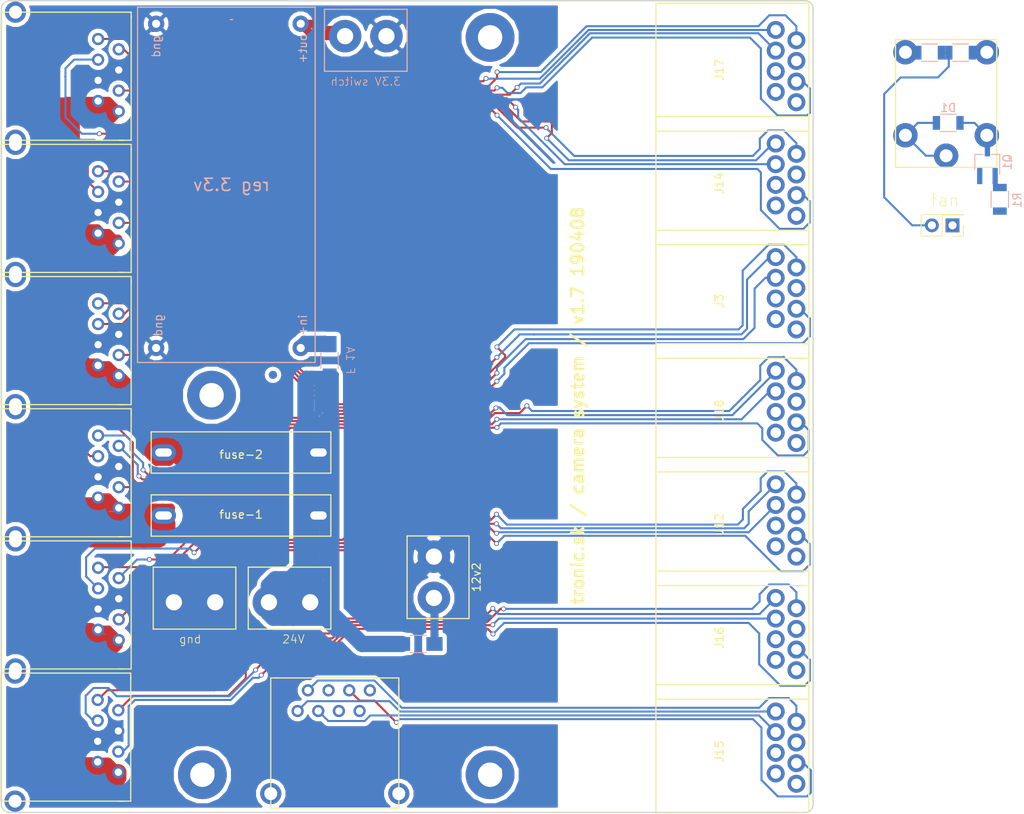
<source format=kicad_pcb>
(kicad_pcb (version 4) (host pcbnew 4.0.7)
  (layers (0 F.Cu signal) (31 B.Cu signal) (34 B.Paste user) (35 F.Paste user) (36 B.SilkS user) (37 F.SilkS user) (38 B.Mask user) (39 F.Mask user) (44 Edge.Cuts user))
  (net 0 "")
  (net 1 eth4-3)
  (net 2 eth4-1)
  (net 3 eth4-2)
  (net 4 eth5-3)
  (net 5 eth5-1)
  (net 6 eth5-4)
  (net 7 eth5-2)
  (net 8 eth6-3)
  (net 9 eth6-1)
  (net 10 eth6-4)
  (net 11 eth6-2)
  (net 12 eth1-3)
  (net 13 eth1-1)
  (net 14 eth1-4)
  (net 15 eth1-2)
  (net 16 eth2-3)
  (net 17 eth2-1)
  (net 18 eth2-4)
  (net 19 eth2-2)
  (net 20 12v-1)
  (net 21 12v-input)
  (net 22 eth7-4)
  (net 23 eth7-2)
  (net 24 eth7-3)
  (net 25 eth7-1)
  (net 26 12v-2)
  (net 27 5v)
  (net 28 "Net-(K1-Pad4)")
  (net 29 eth8-3)
  (net 30 eth8-1)
  (net 31 eth8-4)
  (net 32 eth8-2)
  (net 33 eth4-4)
  (net 34 gnd)
  (net 35 "Net-(12v2-Pad1)")
  (net 36 "Net-(J1-Pad1)")
  (net 37 "Net-(J6-Pad2)")
  (net 38 "Net-(J19-Pad1)")
  (net 39 "Net-(Q1-Pad1)")
  (net 40 12v)
  (net 41 "Net-(K1-Pad5)")
  (net 42 "Net-(D1-Pad1)")
  (module Mounting_Holes:MountingHole_3mm_Pad (layer F.Cu) (at 80.4672 127.889)
    (fp_text reference J19 (at 0.254 -0.254) (layer F.SilkS))
    (fp_text value h1)
    (pad 1 thru_hole circle (at 0 0) (size 6 6) (drill 3) (layers *.Cu *.Mask) (net 38 "Net-(J19-Pad1)"))
  )
  (module psw-library:psw-dc-dc-lm2596 (layer B.Cu) (at 83.4136 55.3466 90)
    (fp_text reference J1 hide)
    (fp_text value d-dc)
    (fp_text user out+ (at 16.764 9.398 90) (layer B.SilkS) (effects (justify mirror)))
    (fp_text user in+ (at -17.272 9.398 90) (layer B.SilkS) (effects (justify mirror)))
    (fp_text user gnd (at 17.018 -8.636 90) (layer B.SilkS) (effects (justify mirror)))
    (fp_text user gnd (at -17.272 -8.382 90) (layer B.SilkS) (effects (justify mirror)))
    (pad 1 thru_hole circle (at -20.066 9.144 90) (size 2 2) (drill 1) (layers *.Cu *.Mask) (net 36 "Net-(J1-Pad1)"))
    (pad 2 thru_hole circle (at -20.066 -8.636 90) (size 2 2) (drill 1) (layers *.Cu *.Mask) (net 34 gnd))
    (pad 4 thru_hole circle (at 19.812 -8.636 90) (size 2 2) (drill 1) (layers *.Cu *.Mask) (net 34 gnd))
    (pad 3 thru_hole circle (at 19.812 9.144 90) (size 2 2) (drill 1) (layers *.Cu *.Mask) (net 27 5v))
  )
  (module Mounting_Holes:MountingHole_3mm_Pad (layer B.Cu) (at 81.5975 81.2165)
    (fp_text reference J20 (at 0.254 0) (layer B.SilkS) (effects (justify mirror)))
    (fp_text value h1)
    (pad 1 thru_hole circle (at 0 0) (size 6 6) (drill 3) (layers *.Cu *.Mask))
  )
  (module psw-library:psw-poistka-auto (layer F.Cu) (at 75.946 86.487)
    (fp_text reference fuse-2 (at 9.271 2.032) (layer F.SilkS))
    (fp_text value fuse-2)
    (pad 1 thru_hole oval (at -0.254 1.778) (size 3.048 2.032) (drill oval 2.032 1.016) (layers *.Cu *.Mask) (net 26 12v-2))
    (pad 2 thru_hole oval (at 18.796 1.778) (size 3.048 2.032) (drill oval 2.032 1.016) (layers *.Cu *.Mask) (net 21 12v-input))
  )
  (module psw-library:psw-poistka-auto (layer F.Cu) (at 94.488 97.79 180)
    (fp_text reference fuse-1 (at 9.271 1.905 180) (layer F.SilkS))
    (fp_text value fuse-1)
    (pad 1 thru_hole oval (at -0.254 1.778 180) (size 3.048 2.032) (drill oval 2.032 1.016) (layers *.Cu *.Mask) (net 21 12v-input))
    (pad 2 thru_hole oval (at 18.796 1.778 180) (size 3.048 2.032) (drill oval 2.032 1.016) (layers *.Cu *.Mask) (net 20 12v-1))
  )
  (module psw-library:psw-konektor-zeleny (layer F.Cu) (at 84.582 108.712)
    (fp_text reference gnd1 hide)
    (fp_text value gnd)
    (pad 1 thru_hole circle (at -2.54 -2.032) (size 4 4) (drill 2) (layers *.Cu *.Mask) (net 34 gnd))
    (pad 2 thru_hole circle (at -7.62 -2.032) (size 4 4) (drill 2) (layers *.Cu *.Mask) (net 34 gnd))
  )
  (module psw-library:psw-konektor-zeleny (layer F.Cu) (at 96.266 108.712)
    (fp_text reference 12v1 hide)
    (fp_text value 12v-input)
    (pad 1 thru_hole circle (at -2.54 -2.032) (size 4 4) (drill 2) (layers *.Cu *.Mask) (net 21 12v-input))
    (pad 2 thru_hole circle (at -7.62 -2.032) (size 4 4) (drill 2) (layers *.Cu *.Mask) (net 21 12v-input))
  )
  (module Resistors_SMD:R_1206_HandSoldering (layer B.Cu) (at 96.1136 76.9366 270)
    (fp_text reference R2 hide)
    (fp_text value R)
    (pad 1 smd rect (at -2 0 270) (size 2 1.7) (layers B.Cu B.Paste B.Mask) (net 36 "Net-(J1-Pad1)"))
    (pad 2 smd rect (at 2 0 270) (size 2 1.7) (layers B.Cu B.Paste B.Mask) (net 21 12v-input))
  )
  (module Pin_Headers:Pin_Header_Straight_2x01_Pitch2.54mm (layer F.Cu) (at 172.72 60.325 180)
    (fp_text reference J6 hide)
    (fp_text value fan)
    (pad 1 thru_hole rect (at 0 0 180) (size 1.7 1.7) (drill 1) (layers *.Cu *.Mask) (net 34 gnd))
    (pad 2 thru_hole oval (at 2.54 0 180) (size 1.7 1.7) (drill 1) (layers *.Cu *.Mask) (net 37 "Net-(J6-Pad2)"))
  )
  (module Resistors_SMD:R_1206 (layer B.Cu) (at 178.5366 57.1246 270)
    (fp_text reference R1 (at 0.127 -2.1463 270) (layer B.SilkS) (effects (justify mirror)))
    (fp_text value R)
    (pad 1 smd rect (at -1.45 0 270) (size 0.9 1.7) (layers B.Cu B.Paste B.Mask) (net 39 "Net-(Q1-Pad1)"))
    (pad 2 smd rect (at 1.45 0 270) (size 0.9 1.7) (layers B.Cu B.Paste B.Mask))
  )
  (module Resistors_SMD:R_1206 (layer B.Cu) (at 173.7106 39.0906 180)
    (fp_text reference R8 hide)
    (fp_text value R)
    (pad 1 smd rect (at -1.45 0 180) (size 0.9 1.7) (layers B.Cu B.Paste B.Mask) (net 41 "Net-(K1-Pad5)"))
    (pad 2 smd rect (at 1.45 0 180) (size 0.9 1.7) (layers B.Cu B.Paste B.Mask) (net 37 "Net-(J6-Pad2)"))
  )
  (module Resistors_SMD:R_1206 (layer B.Cu) (at 169.9006 39.0906)
    (fp_text reference R9 hide)
    (fp_text value R)
    (pad 1 smd rect (at -1.45 0) (size 0.9 1.7) (layers B.Cu B.Paste B.Mask) (net 28 "Net-(K1-Pad4)"))
    (pad 2 smd rect (at 1.45 0) (size 0.9 1.7) (layers B.Cu B.Paste B.Mask) (net 37 "Net-(J6-Pad2)"))
  )
  (module TO_SOT_Packages_SMD:TSOT-23_HandSoldering (layer B.Cu) (at 177.0126 52.5526 90)
    (fp_text reference Q1 (at 0 2.45 90) (layer B.SilkS) (effects (justify mirror)))
    (fp_text value 2N2219)
    (pad 1 smd rect (at -1.71 0.95 90) (size 2 0.65) (layers B.Cu B.Paste B.Mask) (net 39 "Net-(Q1-Pad1)"))
    (pad 2 smd rect (at -1.71 -0.95 90) (size 2 0.65) (layers B.Cu B.Paste B.Mask) (net 34 gnd))
    (pad 3 smd rect (at 1.71 0 90) (size 2 0.65) (layers B.Cu B.Paste B.Mask) (net 42 "Net-(D1-Pad1)"))
  )
  (module Mounting_Holes:MountingHole_3mm_Pad (layer F.Cu) (at 115.8494 127.889)
    (fp_text reference J19 (at 0.254 -0.254) (layer F.SilkS))
    (fp_text value h1)
    (pad 1 thru_hole circle (at 0 0) (size 6 6) (drill 3) (layers *.Cu *.Mask) (net 38 "Net-(J19-Pad1)"))
  )
  (module Mounting_Holes:MountingHole_3mm_Pad (layer F.Cu) (at 115.8494 37.211)
    (fp_text reference J21 (at 0 -0.254) (layer F.SilkS))
    (fp_text value h1)
    (pad 1 thru_hole circle (at 0 0) (size 6 6) (drill 3) (layers *.Cu *.Mask))
  )
  (module psw-library:psw-konektor-zeleny (layer F.Cu) (at 106.9086 108.6866 270)
    (fp_text reference 12v2 (at -5.08 -7.2644 270) (layer F.SilkS))
    (fp_text value cam-out)
    (pad 1 thru_hole circle (at -2.54 -2.032 270) (size 4 4) (drill 2) (layers *.Cu *.Mask) (net 35 "Net-(12v2-Pad1)"))
    (pad 2 thru_hole circle (at -7.62 -2.032 270) (size 4 4) (drill 2) (layers *.Cu *.Mask) (net 34 gnd))
  )
  (module Resistors_SMD:R_1206_HandSoldering (layer B.Cu) (at 107.0102 111.8108 180)
    (fp_text reference R14 hide)
    (fp_text value R)
    (pad 1 smd rect (at -2 0 180) (size 2 1.7) (layers B.Cu B.Paste B.Mask) (net 35 "Net-(12v2-Pad1)"))
    (pad 2 smd rect (at 2 0 180) (size 2 1.7) (layers B.Cu B.Paste B.Mask) (net 21 12v-input))
  )
  (module Resistors_SMD:R_1206 (layer B.Cu) (at 172.1866 47.7266 180)
    (fp_text reference D1 (at 0 1.85 180) (layer B.SilkS) (effects (justify mirror)))
    (fp_text value D)
    (pad 1 smd rect (at -1.45 0 180) (size 0.9 1.7) (layers B.Cu B.Paste B.Mask) (net 42 "Net-(D1-Pad1)"))
    (pad 2 smd rect (at 1.45 0 180) (size 0.9 1.7) (layers B.Cu B.Paste B.Mask) (net 40 12v))
  )
  (module psw-library:rj-45-big-pins (layer F.Cu) (at 149.1996 69.3166)
    (fp_text reference J3 (at -4.572 1.27 90) (layer F.SilkS) (effects (font (thickness 0.18)) (justify left bottom)))
    (fp_text value eth1 hide)
    (pad 7 thru_hole circle (at 1.778 2.54) (size 2.2 2.2) (drill 1.3) (layers *.Cu *.Mask))
    (pad 5 thru_hole circle (at 1.778 0) (size 2.2 2.2) (drill 1.3) (layers *.Cu *.Mask))
    (pad 3 thru_hole circle (at 1.778 -2.54) (size 2.2 2.2) (drill 1.3) (layers *.Cu *.Mask) (net 12 eth1-3))
    (pad 1 thru_hole circle (at 1.778 -5.08) (size 2.2 2.2) (drill 1.3) (layers *.Cu *.Mask) (net 13 eth1-1))
    (pad 8 thru_hole circle (at 4.318 3.81) (size 2.2 2.2) (drill 1.3) (layers *.Cu *.Mask))
    (pad 6 thru_hole circle (at 4.318 1.27) (size 2.2 2.2) (drill 1.3) (layers *.Cu *.Mask) (net 14 eth1-4))
    (pad 4 thru_hole circle (at 4.318 -1.27) (size 2.2 2.2) (drill 1.3) (layers *.Cu *.Mask))
    (pad 2 thru_hole circle (at 4.318 -3.81) (size 2.2 2.2) (drill 1.3) (layers *.Cu *.Mask) (net 15 eth1-2))
  )
  (module psw-library:rj-45-big-pins (layer F.Cu) (at 149.1996 97.2566)
    (fp_text reference J12 (at -4.572 1.27 90) (layer F.SilkS) (effects (font (thickness 0.18)) (justify left bottom)))
    (fp_text value eth7-in hide)
    (pad 7 thru_hole circle (at 1.778 2.54) (size 2.2 2.2) (drill 1.3) (layers *.Cu *.Mask))
    (pad 5 thru_hole circle (at 1.778 0) (size 2.2 2.2) (drill 1.3) (layers *.Cu *.Mask))
    (pad 3 thru_hole circle (at 1.778 -2.54) (size 2.2 2.2) (drill 1.3) (layers *.Cu *.Mask) (net 1 eth4-3))
    (pad 1 thru_hole circle (at 1.778 -5.08) (size 2.2 2.2) (drill 1.3) (layers *.Cu *.Mask) (net 2 eth4-1))
    (pad 8 thru_hole circle (at 4.318 3.81) (size 2.2 2.2) (drill 1.3) (layers *.Cu *.Mask))
    (pad 6 thru_hole circle (at 4.318 1.27) (size 2.2 2.2) (drill 1.3) (layers *.Cu *.Mask) (net 33 eth4-4))
    (pad 4 thru_hole circle (at 4.318 -1.27) (size 2.2 2.2) (drill 1.3) (layers *.Cu *.Mask))
    (pad 2 thru_hole circle (at 4.318 -3.81) (size 2.2 2.2) (drill 1.3) (layers *.Cu *.Mask) (net 3 eth4-2))
  )
  (module psw-library:rj-45-big-pins (layer F.Cu) (at 149.1996 125.1966)
    (fp_text reference J15 (at -4.572 1.27 90) (layer F.SilkS) (effects (font (thickness 0.18)) (justify left bottom)))
    (fp_text value eth8-in hide)
    (pad 7 thru_hole circle (at 1.778 2.54) (size 2.2 2.2) (drill 1.3) (layers *.Cu *.Mask))
    (pad 5 thru_hole circle (at 1.778 0) (size 2.2 2.2) (drill 1.3) (layers *.Cu *.Mask))
    (pad 3 thru_hole circle (at 1.778 -2.54) (size 2.2 2.2) (drill 1.3) (layers *.Cu *.Mask) (net 29 eth8-3))
    (pad 1 thru_hole circle (at 1.778 -5.08) (size 2.2 2.2) (drill 1.3) (layers *.Cu *.Mask) (net 30 eth8-1))
    (pad 8 thru_hole circle (at 4.318 3.81) (size 2.2 2.2) (drill 1.3) (layers *.Cu *.Mask))
    (pad 6 thru_hole circle (at 4.318 1.27) (size 2.2 2.2) (drill 1.3) (layers *.Cu *.Mask) (net 31 eth8-4))
    (pad 4 thru_hole circle (at 4.318 -1.27) (size 2.2 2.2) (drill 1.3) (layers *.Cu *.Mask))
    (pad 2 thru_hole circle (at 4.318 -3.81) (size 2.2 2.2) (drill 1.3) (layers *.Cu *.Mask) (net 32 eth8-2))
  )
  (module psw-library:rj-45-big-pins (layer F.Cu) (at 149.1996 111.2266)
    (fp_text reference J16 (at -4.572 1.27 90) (layer F.SilkS) (effects (font (thickness 0.18)) (justify left bottom)))
    (fp_text value eth4-in hide)
    (pad 7 thru_hole circle (at 1.778 2.54) (size 2.2 2.2) (drill 1.3) (layers *.Cu *.Mask))
    (pad 5 thru_hole circle (at 1.778 0) (size 2.2 2.2) (drill 1.3) (layers *.Cu *.Mask))
    (pad 3 thru_hole circle (at 1.778 -2.54) (size 2.2 2.2) (drill 1.3) (layers *.Cu *.Mask) (net 24 eth7-3))
    (pad 1 thru_hole circle (at 1.778 -5.08) (size 2.2 2.2) (drill 1.3) (layers *.Cu *.Mask) (net 25 eth7-1))
    (pad 8 thru_hole circle (at 4.318 3.81) (size 2.2 2.2) (drill 1.3) (layers *.Cu *.Mask))
    (pad 6 thru_hole circle (at 4.318 1.27) (size 2.2 2.2) (drill 1.3) (layers *.Cu *.Mask) (net 22 eth7-4))
    (pad 4 thru_hole circle (at 4.318 -1.27) (size 2.2 2.2) (drill 1.3) (layers *.Cu *.Mask))
    (pad 2 thru_hole circle (at 4.318 -3.81) (size 2.2 2.2) (drill 1.3) (layers *.Cu *.Mask) (net 23 eth7-2))
  )
  (module psw-library:rj-45-big-pins (layer F.Cu) (at 149.1996 41.3766)
    (fp_text reference J17 (at -4.572 1.27 90) (layer F.SilkS) (effects (font (thickness 0.18)) (justify left bottom)))
    (fp_text value eth5-in hide)
    (pad 7 thru_hole circle (at 1.778 2.54) (size 2.2 2.2) (drill 1.3) (layers *.Cu *.Mask))
    (pad 5 thru_hole circle (at 1.778 0) (size 2.2 2.2) (drill 1.3) (layers *.Cu *.Mask))
    (pad 3 thru_hole circle (at 1.778 -2.54) (size 2.2 2.2) (drill 1.3) (layers *.Cu *.Mask) (net 4 eth5-3))
    (pad 1 thru_hole circle (at 1.778 -5.08) (size 2.2 2.2) (drill 1.3) (layers *.Cu *.Mask) (net 5 eth5-1))
    (pad 8 thru_hole circle (at 4.318 3.81) (size 2.2 2.2) (drill 1.3) (layers *.Cu *.Mask))
    (pad 6 thru_hole circle (at 4.318 1.27) (size 2.2 2.2) (drill 1.3) (layers *.Cu *.Mask) (net 6 eth5-4))
    (pad 4 thru_hole circle (at 4.318 -1.27) (size 2.2 2.2) (drill 1.3) (layers *.Cu *.Mask))
    (pad 2 thru_hole circle (at 4.318 -3.81) (size 2.2 2.2) (drill 1.3) (layers *.Cu *.Mask) (net 7 eth5-2))
  )
  (module psw-library:rj-45-big-pins (layer F.Cu) (at 149.1996 83.2866)
    (fp_text reference J18 (at -4.572 1.27 90) (layer F.SilkS) (effects (font (thickness 0.18)) (justify left bottom)))
    (fp_text value eth6-in hide)
    (pad 7 thru_hole circle (at 1.778 2.54) (size 2.2 2.2) (drill 1.3) (layers *.Cu *.Mask))
    (pad 5 thru_hole circle (at 1.778 0) (size 2.2 2.2) (drill 1.3) (layers *.Cu *.Mask))
    (pad 3 thru_hole circle (at 1.778 -2.54) (size 2.2 2.2) (drill 1.3) (layers *.Cu *.Mask) (net 8 eth6-3))
    (pad 1 thru_hole circle (at 1.778 -5.08) (size 2.2 2.2) (drill 1.3) (layers *.Cu *.Mask) (net 9 eth6-1))
    (pad 8 thru_hole circle (at 4.318 3.81) (size 2.2 2.2) (drill 1.3) (layers *.Cu *.Mask))
    (pad 6 thru_hole circle (at 4.318 1.27) (size 2.2 2.2) (drill 1.3) (layers *.Cu *.Mask) (net 10 eth6-4))
    (pad 4 thru_hole circle (at 4.318 -1.27) (size 2.2 2.2) (drill 1.3) (layers *.Cu *.Mask))
    (pad 2 thru_hole circle (at 4.318 -3.81) (size 2.2 2.2) (drill 1.3) (layers *.Cu *.Mask) (net 11 eth6-2))
  )
  (module psw-library:psw-konektor-zeleny (layer B.Cu) (at 105.6386 35.0266)
    (fp_text reference 12v3 hide)
    (fp_text value switch-in hide)
    (pad 1 thru_hole circle (at -2.54 2.032) (size 4 4) (drill 2) (layers *.Cu *.Mask) (net 34 gnd))
    (pad 2 thru_hole circle (at -7.62 2.032) (size 4 4) (drill 2) (layers *.Cu *.Mask) (net 27 5v))
  )
  (module psw-library:rj-45-big-pins (layer F.Cu) (at 149.1996 55.3466)
    (fp_text reference J14 (at -4.572 1.27 90) (layer F.SilkS) (effects (font (thickness 0.18)) (justify left bottom)))
    (fp_text value eth2-in hide)
    (pad 7 thru_hole circle (at 1.778 2.54) (size 2.2 2.2) (drill 1.3) (layers *.Cu *.Mask))
    (pad 5 thru_hole circle (at 1.778 0) (size 2.2 2.2) (drill 1.3) (layers *.Cu *.Mask))
    (pad 3 thru_hole circle (at 1.778 -2.54) (size 2.2 2.2) (drill 1.3) (layers *.Cu *.Mask) (net 16 eth2-3))
    (pad 1 thru_hole circle (at 1.778 -5.08) (size 2.2 2.2) (drill 1.3) (layers *.Cu *.Mask) (net 17 eth2-1))
    (pad 8 thru_hole circle (at 4.318 3.81) (size 2.2 2.2) (drill 1.3) (layers *.Cu *.Mask))
    (pad 6 thru_hole circle (at 4.318 1.27) (size 2.2 2.2) (drill 1.3) (layers *.Cu *.Mask) (net 18 eth2-4))
    (pad 4 thru_hole circle (at 4.318 -1.27) (size 2.2 2.2) (drill 1.3) (layers *.Cu *.Mask))
    (pad 2 thru_hole circle (at 4.318 -3.81) (size 2.2 2.2) (drill 1.3) (layers *.Cu *.Mask) (net 19 eth2-2))
  )
  (module psw-library:psw-rj45-no-hole (layer F.Cu) (at 97.2566 121.8311 90)
    (fp_text reference J5 hide)
    (fp_text value eth8 hide)
    (pad 7 thru_hole circle (at 1.778 2.54 90) (size 1.5 1.5) (drill 0.9) (layers *.Cu *.Mask))
    (pad 5 thru_hole circle (at 1.778 0 90) (size 1.5 1.5) (drill 0.9) (layers *.Cu *.Mask))
    (pad 3 thru_hole circle (at 1.778 -2.54 90) (size 1.5 1.5) (drill 0.9) (layers *.Cu *.Mask) (net 29 eth8-3))
    (pad 1 thru_hole circle (at 1.778 -5.08 90) (size 1.5 1.5) (drill 0.9) (layers *.Cu *.Mask) (net 30 eth8-1))
    (pad 8 thru_hole circle (at 4.318 3.81 90) (size 1.5 1.5) (drill 0.9) (layers *.Cu *.Mask))
    (pad 6 thru_hole circle (at 4.318 1.27 90) (size 1.5 1.5) (drill 0.9) (layers *.Cu *.Mask) (net 31 eth8-4))
    (pad 4 thru_hole circle (at 4.318 -1.27 90) (size 1.5 1.5) (drill 0.9) (layers *.Cu *.Mask))
    (pad 2 thru_hole circle (at 4.318 -3.81 90) (size 1.5 1.5) (drill 0.9) (layers *.Cu *.Mask) (net 32 eth8-2))
    (pad 9 thru_hole circle (at -8.382 -8.382 90) (size 2.6 2.6) (drill 1.6) (layers *.Cu *.Mask))
    (pad 9 thru_hole circle (at -8.382 7.366 90) (size 2.6 2.6) (drill 1.6) (layers *.Cu *.Mask))
  )
  (module psw-library:psw-rj45-no-hole (layer F.Cu) (at 65.8622 107.5182)
    (fp_text reference J8 hide)
    (fp_text value eth4 hide)
    (pad 7 thru_hole circle (at 1.778 2.54) (size 1.5 1.5) (drill 0.9) (layers *.Cu *.Mask) (net 20 12v-1))
    (pad 5 thru_hole circle (at 1.778 0) (size 1.5 1.5) (drill 0.9) (layers *.Cu *.Mask) (net 34 gnd))
    (pad 3 thru_hole circle (at 1.778 -2.54) (size 1.5 1.5) (drill 0.9) (layers *.Cu *.Mask) (net 1 eth4-3))
    (pad 1 thru_hole circle (at 1.778 -5.08) (size 1.5 1.5) (drill 0.9) (layers *.Cu *.Mask) (net 2 eth4-1))
    (pad 8 thru_hole circle (at 4.318 3.81) (size 1.5 1.5) (drill 0.9) (layers *.Cu *.Mask) (net 20 12v-1))
    (pad 6 thru_hole circle (at 4.318 1.27) (size 1.5 1.5) (drill 0.9) (layers *.Cu *.Mask) (net 33 eth4-4))
    (pad 4 thru_hole circle (at 4.318 -1.27) (size 1.5 1.5) (drill 0.9) (layers *.Cu *.Mask) (net 34 gnd))
    (pad 2 thru_hole circle (at 4.318 -3.81) (size 1.5 1.5) (drill 0.9) (layers *.Cu *.Mask) (net 3 eth4-2))
    (pad 9 thru_hole circle (at -8.382 -8.382) (size 2.6 2.6) (drill 1.6) (layers *.Cu *.Mask))
    (pad 9 thru_hole circle (at -8.382 7.366) (size 2.6 2.6) (drill 1.6) (layers *.Cu *.Mask))
  )
  (module psw-library:psw-rj45-no-hole (layer F.Cu) (at 65.8622 42.4942)
    (fp_text reference J9 hide)
    (fp_text value eth5 hide)
    (pad 7 thru_hole circle (at 1.778 2.54) (size 1.5 1.5) (drill 0.9) (layers *.Cu *.Mask) (net 26 12v-2))
    (pad 5 thru_hole circle (at 1.778 0) (size 1.5 1.5) (drill 0.9) (layers *.Cu *.Mask) (net 34 gnd))
    (pad 3 thru_hole circle (at 1.778 -2.54) (size 1.5 1.5) (drill 0.9) (layers *.Cu *.Mask) (net 4 eth5-3))
    (pad 1 thru_hole circle (at 1.778 -5.08) (size 1.5 1.5) (drill 0.9) (layers *.Cu *.Mask) (net 5 eth5-1))
    (pad 8 thru_hole circle (at 4.318 3.81) (size 1.5 1.5) (drill 0.9) (layers *.Cu *.Mask) (net 26 12v-2))
    (pad 6 thru_hole circle (at 4.318 1.27) (size 1.5 1.5) (drill 0.9) (layers *.Cu *.Mask) (net 6 eth5-4))
    (pad 4 thru_hole circle (at 4.318 -1.27) (size 1.5 1.5) (drill 0.9) (layers *.Cu *.Mask) (net 34 gnd))
    (pad 2 thru_hole circle (at 4.318 -3.81) (size 1.5 1.5) (drill 0.9) (layers *.Cu *.Mask) (net 7 eth5-2))
    (pad 9 thru_hole circle (at -8.382 -8.382) (size 2.6 2.6) (drill 1.6) (layers *.Cu *.Mask))
    (pad 9 thru_hole circle (at -8.382 7.366) (size 2.6 2.6) (drill 1.6) (layers *.Cu *.Mask))
  )
  (module psw-library:psw-rj45-no-hole (layer F.Cu) (at 65.8622 91.2622)
    (fp_text reference J10 hide)
    (fp_text value eth6 hide)
    (pad 7 thru_hole circle (at 1.778 2.54) (size 1.5 1.5) (drill 0.9) (layers *.Cu *.Mask) (net 20 12v-1))
    (pad 5 thru_hole circle (at 1.778 0) (size 1.5 1.5) (drill 0.9) (layers *.Cu *.Mask) (net 34 gnd))
    (pad 3 thru_hole circle (at 1.778 -2.54) (size 1.5 1.5) (drill 0.9) (layers *.Cu *.Mask) (net 8 eth6-3))
    (pad 1 thru_hole circle (at 1.778 -5.08) (size 1.5 1.5) (drill 0.9) (layers *.Cu *.Mask) (net 9 eth6-1))
    (pad 8 thru_hole circle (at 4.318 3.81) (size 1.5 1.5) (drill 0.9) (layers *.Cu *.Mask) (net 20 12v-1))
    (pad 6 thru_hole circle (at 4.318 1.27) (size 1.5 1.5) (drill 0.9) (layers *.Cu *.Mask) (net 10 eth6-4))
    (pad 4 thru_hole circle (at 4.318 -1.27) (size 1.5 1.5) (drill 0.9) (layers *.Cu *.Mask) (net 34 gnd))
    (pad 2 thru_hole circle (at 4.318 -3.81) (size 1.5 1.5) (drill 0.9) (layers *.Cu *.Mask) (net 11 eth6-2))
    (pad 9 thru_hole circle (at -8.382 -8.382) (size 2.6 2.6) (drill 1.6) (layers *.Cu *.Mask))
    (pad 9 thru_hole circle (at -8.382 7.366) (size 2.6 2.6) (drill 1.6) (layers *.Cu *.Mask))
  )
  (module psw-library:psw-rj45-no-hole (layer F.Cu) (at 65.8114 123.7742)
    (fp_text reference J11 hide)
    (fp_text value eth7 hide)
    (pad 7 thru_hole circle (at 1.778 2.54) (size 1.5 1.5) (drill 0.9) (layers *.Cu *.Mask) (net 20 12v-1))
    (pad 5 thru_hole circle (at 1.778 0) (size 1.5 1.5) (drill 0.9) (layers *.Cu *.Mask) (net 34 gnd))
    (pad 3 thru_hole circle (at 1.778 -2.54) (size 1.5 1.5) (drill 0.9) (layers *.Cu *.Mask) (net 24 eth7-3))
    (pad 1 thru_hole circle (at 1.778 -5.08) (size 1.5 1.5) (drill 0.9) (layers *.Cu *.Mask) (net 25 eth7-1))
    (pad 8 thru_hole circle (at 4.318 3.81) (size 1.5 1.5) (drill 0.9) (layers *.Cu *.Mask) (net 20 12v-1))
    (pad 6 thru_hole circle (at 4.318 1.27) (size 1.5 1.5) (drill 0.9) (layers *.Cu *.Mask) (net 22 eth7-4))
    (pad 4 thru_hole circle (at 4.318 -1.27) (size 1.5 1.5) (drill 0.9) (layers *.Cu *.Mask) (net 34 gnd))
    (pad 2 thru_hole circle (at 4.318 -3.81) (size 1.5 1.5) (drill 0.9) (layers *.Cu *.Mask) (net 23 eth7-2))
    (pad 9 thru_hole circle (at -8.382 -8.382) (size 2.6 2.6) (drill 1.6) (layers *.Cu *.Mask))
    (pad 9 thru_hole circle (at -8.382 7.366) (size 2.6 2.6) (drill 1.6) (layers *.Cu *.Mask))
  )
  (module psw-library:psw-rj45-no-hole (layer F.Cu) (at 65.8622 75.0062)
    (fp_text reference J13 hide)
    (fp_text value eth1-in hide)
    (pad 7 thru_hole circle (at 1.778 2.54) (size 1.5 1.5) (drill 0.9) (layers *.Cu *.Mask) (net 26 12v-2))
    (pad 5 thru_hole circle (at 1.778 0) (size 1.5 1.5) (drill 0.9) (layers *.Cu *.Mask) (net 34 gnd))
    (pad 3 thru_hole circle (at 1.778 -2.54) (size 1.5 1.5) (drill 0.9) (layers *.Cu *.Mask) (net 12 eth1-3))
    (pad 1 thru_hole circle (at 1.778 -5.08) (size 1.5 1.5) (drill 0.9) (layers *.Cu *.Mask) (net 13 eth1-1))
    (pad 8 thru_hole circle (at 4.318 3.81) (size 1.5 1.5) (drill 0.9) (layers *.Cu *.Mask) (net 26 12v-2))
    (pad 6 thru_hole circle (at 4.318 1.27) (size 1.5 1.5) (drill 0.9) (layers *.Cu *.Mask) (net 14 eth1-4))
    (pad 4 thru_hole circle (at 4.318 -1.27) (size 1.5 1.5) (drill 0.9) (layers *.Cu *.Mask) (net 34 gnd))
    (pad 2 thru_hole circle (at 4.318 -3.81) (size 1.5 1.5) (drill 0.9) (layers *.Cu *.Mask) (net 15 eth1-2))
    (pad 9 thru_hole circle (at -8.382 -8.382) (size 2.6 2.6) (drill 1.6) (layers *.Cu *.Mask))
    (pad 9 thru_hole circle (at -8.382 7.366) (size 2.6 2.6) (drill 1.6) (layers *.Cu *.Mask))
  )
  (module psw-library:psw-rj45-no-hole (layer F.Cu) (at 65.8622 58.7502)
    (fp_text reference J4 hide)
    (fp_text value eth2 hide)
    (pad 7 thru_hole circle (at 1.778 2.54) (size 1.5 1.5) (drill 0.9) (layers *.Cu *.Mask) (net 26 12v-2))
    (pad 5 thru_hole circle (at 1.778 0) (size 1.5 1.5) (drill 0.9) (layers *.Cu *.Mask) (net 34 gnd))
    (pad 3 thru_hole circle (at 1.778 -2.54) (size 1.5 1.5) (drill 0.9) (layers *.Cu *.Mask) (net 16 eth2-3))
    (pad 1 thru_hole circle (at 1.778 -5.08) (size 1.5 1.5) (drill 0.9) (layers *.Cu *.Mask) (net 17 eth2-1))
    (pad 8 thru_hole circle (at 4.318 3.81) (size 1.5 1.5) (drill 0.9) (layers *.Cu *.Mask) (net 26 12v-2))
    (pad 6 thru_hole circle (at 4.318 1.27) (size 1.5 1.5) (drill 0.9) (layers *.Cu *.Mask) (net 18 eth2-4))
    (pad 4 thru_hole circle (at 4.318 -1.27) (size 1.5 1.5) (drill 0.9) (layers *.Cu *.Mask) (net 34 gnd))
    (pad 2 thru_hole circle (at 4.318 -3.81) (size 1.5 1.5) (drill 0.9) (layers *.Cu *.Mask) (net 19 eth2-2))
    (pad 9 thru_hole circle (at -8.382 -8.382) (size 2.6 2.6) (drill 1.6) (layers *.Cu *.Mask))
    (pad 9 thru_hole circle (at -8.382 7.366) (size 2.6 2.6) (drill 1.6) (layers *.Cu *.Mask))
  )
  (module psw-library:psw-relay-small (layer F.Cu) (at 171.9326 49.2506 90)
    (fp_text reference K1 hide)
    (fp_text value G5Q-1)
    (pad 1 thru_hole circle (at 0 -5.0038 90) (size 3 3) (drill 1.6) (layers *.Cu *.Mask) (net 40 12v))
    (pad 2 thru_hole circle (at 0 5.0038 90) (size 3 3) (drill 1.6) (layers *.Cu *.Mask) (net 42 "Net-(D1-Pad1)"))
    (pad 3 thru_hole circle (at -2.5146 0 90) (size 3 3) (drill 1.6) (layers *.Cu *.Mask) (net 40 12v))
    (pad 4 thru_hole circle (at 10.2108 -5.0038 90) (size 3 3) (drill 1.6) (layers *.Cu *.Mask) (net 28 "Net-(K1-Pad4)"))
    (pad 5 thru_hole circle (at 10.2108 5.0038 90) (size 3 3) (drill 1.6) (layers *.Cu *.Mask) (net 41 "Net-(K1-Pad5)"))
  )
  (gr_text "F 1A" (at 98.6536 76.9366 270) (layer B.SilkS) (effects (font (size 1 1) (thickness 0.1)) (justify mirror)))
  (gr_text 24V (at 91.6686 111.2266) (layer F.SilkS) (effects (font (size 1 1) (thickness 0.1))))
  (gr_text gnd (at 78.9686 111.2266) (layer F.SilkS) (effects (font (size 1 1) (thickness 0.1))))
  (gr_text "3.3V switch" (at 100.5586 42.6466) (layer B.SilkS) (effects (font (size 1 1) (thickness 0.1)) (justify mirror)))
  (gr_text fan (at 171.8056 57.2516) (layer F.SilkS) (effects (font (size 1.5 1.5) (thickness 0.1))))
  (gr_text "reg 3.3v" (at 84.0486 55.3466) (layer B.SilkS) (effects (font (size 1.5 1.5) (thickness 0.2)) (justify mirror)))
  (gr_text "tronic.sk / camera system / v1.7 190408" (at 126.619 82.4992 90) (layer F.SilkS) (effects (font (size 1.5 1.5) (thickness 0.3))))
  (gr_line (start 55.753 131.5085) (end 55.753 33.7185) (angle 90) (layer Edge.Cuts) (width 0.15))
  (gr_line (start 154.559 132.5245) (end 56.769 132.5245) (angle 90) (layer Edge.Cuts) (width 0.15))
  (gr_line (start 155.575 33.7185) (end 155.575 131.5085) (angle 90) (layer Edge.Cuts) (width 0.15))
  (gr_line (start 56.769 32.7025) (end 154.559 32.7025) (angle 90) (layer Edge.Cuts) (width 0.15))
  (gr_arc (start 154.56535 33.71215) (end 154.56535 32.69615) (angle 90) (layer Edge.Cuts) (width 0.15))
  (gr_arc (start 154.56535 131.51485) (end 155.58135 131.51485) (angle 90) (layer Edge.Cuts) (width 0.15))
  (gr_arc (start 56.76265 131.51485) (end 56.76265 132.53085) (angle 90) (layer Edge.Cuts) (width 0.15))
  (gr_arc (start 56.769 33.7185) (end 55.753 33.7185) (angle 90) (layer Edge.Cuts) (width 0.15))
  (gr_line (start 116.967 32.7025) (end 119.507 32.7025) (angle 90) (layer Edge.Cuts) (width 0.15))
  (gr_line (start 90.9955 32.7025) (end 90.8685 32.7025) (angle 90) (layer Edge.Cuts) (width 0.15))
  (gr_line (start 92.837 32.7025) (end 90.9955 32.7025) (angle 90) (layer Edge.Cuts) (width 0.15))
  (gr_line (start 92.837 32.7025) (end 116.967 32.7025) (angle 90) (layer Edge.Cuts) (width 0.15))
  (gr_line (start 116.84 32.7025) (end 116.967 32.7025) (angle 90) (layer Edge.Cuts) (width 0.15))
  (segment (start 113.0935 38.1) (end 117.094 38.1) (width 0.25) (layer F.Cu) (net 0))
  (segment (start 89.1606 78.7146) (end 89.1286 78.7146) (width 1) (layer B.Cu) (net 0))
  (segment (start 67.6402 104.9782) (end 66.5226 103.8606) (width 0.25) (layer B.Cu) (net 1))
  (segment (start 66.167 101.1428) (end 67.2338 100.076) (width 0.25) (layer B.Cu) (net 1))
  (segment (start 66.167 103.505) (end 66.167 101.1428) (width 0.25) (layer B.Cu) (net 1))
  (segment (start 66.2178 103.5558) (end 66.167 103.505) (width 0.25) (layer B.Cu) (net 1))
  (segment (start 66.294 103.632) (end 66.2178 103.5558) (width 0.25) (layer B.Cu) (net 1))
  (segment (start 66.5226 103.8606) (end 66.294 103.632) (width 0.25) (layer B.Cu) (net 1))
  (segment (start 81.1022 99.8728) (end 80.1624 99.8728) (width 0.25) (layer F.Cu) (net 1))
  (segment (start 78.9432 100.076) (end 67.2338 100.076) (width 0.25) (layer B.Cu) (net 1))
  (segment (start 79.4512 100.584) (end 78.9432 100.076) (width 0.25) (layer B.Cu) (net 1))
  (via (at 79.4512 100.584) (size 0.6) (drill 0.4) (layers F.Cu B.Cu) (net 1))
  (segment (start 80.1624 99.8728) (end 79.4512 100.584) (width 0.25) (layer F.Cu) (net 1))
  (segment (start 116.6368 98.1964) (end 116.5098 98.1964) (width 0.25) (layer F.Cu) (net 1))
  (segment (start 147.6502 98.0694) (end 117.8306 98.0694) (width 0.25) (layer B.Cu) (net 1))
  (segment (start 150.9776 94.742) (end 147.6502 98.0694) (width 0.25) (layer B.Cu) (net 1))
  (segment (start 116.7638 98.0694) (end 116.6368 98.1964) (width 0.25) (layer B.Cu) (net 1))
  (via (at 116.6368 98.1964) (size 0.6) (drill 0.4) (layers F.Cu B.Cu) (net 1))
  (segment (start 117.8306 98.0694) (end 116.7638 98.0694) (width 0.25) (layer B.Cu) (net 1))
  (segment (start 98.171 99.8728) (end 81.1022 99.8728) (width 0.25) (layer F.Cu) (net 1))
  (segment (start 81.1022 99.8728) (end 81.026 99.8728) (width 0.25) (layer F.Cu) (net 1))
  (segment (start 100.5586 97.4852) (end 98.171 99.8728) (width 0.25) (layer F.Cu) (net 1))
  (segment (start 115.7986 97.4852) (end 100.5586 97.4852) (width 0.25) (layer F.Cu) (net 1))
  (segment (start 116.5098 98.1964) (end 115.7986 97.4852) (width 0.25) (layer F.Cu) (net 1))
  (segment (start 150.9776 94.7166) (end 150.9776 94.742) (width 0.25) (layer B.Cu) (net 1))
  (segment (start 76.9366 101.9302) (end 76.5048 102.362) (width 0.25) (layer F.Cu) (net 2))
  (segment (start 76.5048 102.362) (end 67.7164 102.362) (width 0.25) (layer F.Cu) (net 2))
  (segment (start 67.7164 102.362) (end 67.6402 102.4382) (width 0.25) (layer F.Cu) (net 2))
  (segment (start 81.1276 99.4156) (end 79.4512 99.4156) (width 0.25) (layer F.Cu) (net 2))
  (segment (start 79.4512 99.4156) (end 76.9366 101.9302) (width 0.25) (layer F.Cu) (net 2))
  (segment (start 116.6368 97.028) (end 100.2284 97.028) (width 0.25) (layer F.Cu) (net 2))
  (segment (start 147.6502 95.504) (end 147.6502 97.028) (width 0.25) (layer B.Cu) (net 2))
  (segment (start 147.6502 97.028) (end 147.0914 97.5868) (width 0.25) (layer B.Cu) (net 2))
  (segment (start 147.0914 97.5868) (end 118.1608 97.5868) (width 0.25) (layer B.Cu) (net 2))
  (segment (start 150.9776 92.1766) (end 147.6502 95.504) (width 0.25) (layer B.Cu) (net 2))
  (segment (start 117.1956 97.5868) (end 116.6368 97.028) (width 0.25) (layer B.Cu) (net 2))
  (via (at 116.6368 97.028) (size 0.6) (drill 0.4) (layers F.Cu B.Cu) (net 2))
  (segment (start 118.1608 97.5868) (end 117.1956 97.5868) (width 0.25) (layer B.Cu) (net 2))
  (segment (start 97.8408 99.4156) (end 81.1276 99.4156) (width 0.25) (layer F.Cu) (net 2))
  (segment (start 81.1276 99.4156) (end 81.0006 99.4156) (width 0.25) (layer F.Cu) (net 2))
  (segment (start 100.2284 97.028) (end 97.8408 99.4156) (width 0.25) (layer F.Cu) (net 2))
  (segment (start 79.6036 99.0092) (end 78.6892 99.0092) (width 0.25) (layer F.Cu) (net 3))
  (segment (start 78.6892 99.0092) (end 76.2762 101.4222) (width 0.25) (layer F.Cu) (net 3))
  (segment (start 81.1022 99.0092) (end 79.6036 99.0092) (width 0.25) (layer F.Cu) (net 3))
  (segment (start 76.2762 101.4222) (end 73.9394 101.4222) (width 0.25) (layer F.Cu) (net 3))
  (segment (start 72.771 101.4222) (end 73.9394 101.4222) (width 0.25) (layer B.Cu) (net 3))
  (via (at 73.9394 101.4222) (size 0.6) (drill 0.4) (layers F.Cu B.Cu) (net 3))
  (segment (start 115.9002 96.5962) (end 100.1014 96.5962) (width 0.25) (layer F.Cu) (net 3))
  (segment (start 100.1014 96.5962) (end 97.6884 99.0092) (width 0.25) (layer F.Cu) (net 3))
  (segment (start 97.6884 99.0092) (end 81.1022 99.0092) (width 0.25) (layer F.Cu) (net 3))
  (segment (start 119.2022 97.1296) (end 117.9068 97.1296) (width 0.25) (layer B.Cu) (net 3))
  (via (at 116.6368 95.8596) (size 0.6) (drill 0.4) (layers F.Cu B.Cu) (net 3))
  (segment (start 117.9068 97.1296) (end 116.6368 95.8596) (width 0.25) (layer B.Cu) (net 3))
  (segment (start 153.5176 92.075) (end 153.5176 93.4466) (width 0.25) (layer B.Cu) (net 3))
  (segment (start 146.304 97.1296) (end 119.2022 97.1296) (width 0.25) (layer B.Cu) (net 3))
  (segment (start 146.939 96.4946) (end 146.304 97.1296) (width 0.25) (layer B.Cu) (net 3))
  (segment (start 146.939 95.1992) (end 146.939 96.4946) (width 0.25) (layer B.Cu) (net 3))
  (segment (start 149.1234 93.0148) (end 146.939 95.1992) (width 0.25) (layer B.Cu) (net 3))
  (segment (start 149.1234 91.44) (end 149.1234 93.0148) (width 0.25) (layer B.Cu) (net 3))
  (segment (start 149.9616 90.6018) (end 149.1234 91.44) (width 0.25) (layer B.Cu) (net 3))
  (segment (start 152.0444 90.6018) (end 149.9616 90.6018) (width 0.25) (layer B.Cu) (net 3))
  (segment (start 153.5176 92.075) (end 152.0444 90.6018) (width 0.25) (layer B.Cu) (net 3))
  (segment (start 116.6368 95.8596) (end 115.9002 96.5962) (width 0.25) (layer F.Cu) (net 3))
  (segment (start 153.5176 93.4466) (end 153.5176 92.3671) (width 0.25) (layer B.Cu) (net 3))
  (segment (start 72.771 101.4222) (end 72.4408 101.4222) (width 0.25) (layer B.Cu) (net 3))
  (segment (start 72.4408 101.4222) (end 70.1675 103.6955) (width 0.25) (layer B.Cu) (net 3))
  (segment (start 67.7926 49.0601) (end 65.6463 49.0601) (width 0.25) (layer B.Cu) (net 4))
  (segment (start 63.627 47.0408) (end 63.627 44.8945) (width 0.25) (layer B.Cu) (net 4))
  (segment (start 65.6463 49.0601) (end 63.627 47.0408) (width 0.25) (layer B.Cu) (net 4))
  (segment (start 121.9581 42.8879) (end 119.6467 42.8879) (width 0.25) (layer B.Cu) (net 4))
  (segment (start 119.6467 42.8879) (end 119.1768 43.3578) (width 0.25) (layer B.Cu) (net 4))
  (segment (start 150.9776 38.8366) (end 149.2758 37.1348) (width 0.25) (layer B.Cu) (net 4))
  (segment (start 128.143 36.703) (end 121.9581 42.8879) (width 0.25) (layer B.Cu) (net 4))
  (segment (start 148.844 36.703) (end 128.143 36.703) (width 0.25) (layer B.Cu) (net 4))
  (segment (start 148.9964 36.8554) (end 148.844 36.703) (width 0.25) (layer B.Cu) (net 4))
  (segment (start 149.2758 37.1348) (end 148.9964 36.8554) (width 0.25) (layer B.Cu) (net 4))
  (segment (start 112.5474 44.2214) (end 112.5474 44.2595) (width 0.25) (layer F.Cu) (net 4))
  (via (at 119.1768 43.3578) (size 0.6) (drill 0.4) (layers F.Cu B.Cu) (net 4))
  (segment (start 119.1768 43.3578) (end 118.2751 44.2595) (width 0.25) (layer F.Cu) (net 4))
  (segment (start 118.2751 44.2595) (end 112.5855 44.2595) (width 0.25) (layer F.Cu) (net 4))
  (segment (start 112.5855 44.2595) (end 112.5474 44.2214) (width 0.25) (layer F.Cu) (net 4))
  (segment (start 72.136 46.8376) (end 72.136 47.1297) (width 0.25) (layer F.Cu) (net 4))
  (segment (start 72.136 47.1297) (end 70.2056 49.0601) (width 0.25) (layer F.Cu) (net 4))
  (segment (start 63.6016 42.0116) (end 63.627 42.0116) (width 0.25) (layer B.Cu) (net 4))
  (segment (start 63.627 42.0116) (end 63.627 41.021) (width 0.25) (layer B.Cu) (net 4))
  (segment (start 63.627 41.021) (end 64.7065 39.9415) (width 0.25) (layer B.Cu) (net 4))
  (segment (start 64.7065 39.9415) (end 67.6275 39.9415) (width 0.25) (layer B.Cu) (net 4))
  (segment (start 63.627 44.8945) (end 63.627 42.037) (width 0.25) (layer B.Cu) (net 4))
  (segment (start 63.627 42.037) (end 63.6016 42.0116) (width 0.25) (layer B.Cu) (net 4))
  (via (at 67.7926 49.0601) (size 0.6) (drill 0.4) (layers F.Cu B.Cu) (net 4))
  (segment (start 70.2056 49.0601) (end 67.7926 49.0601) (width 0.25) (layer F.Cu) (net 4))
  (segment (start 72.136 46.0502) (end 72.136 46.8376) (width 0.25) (layer F.Cu) (net 4))
  (segment (start 87.5538 44.2595) (end 73.7489 44.2595) (width 0.25) (layer F.Cu) (net 4))
  (segment (start 72.136 45.8724) (end 72.136 46.0502) (width 0.25) (layer F.Cu) (net 4))
  (segment (start 73.7489 44.2595) (end 72.136 45.8724) (width 0.25) (layer F.Cu) (net 4))
  (segment (start 112.903 44.2595) (end 112.5474 44.2595) (width 0.25) (layer F.Cu) (net 4))
  (segment (start 112.5474 44.2595) (end 87.5538 44.2595) (width 0.25) (layer F.Cu) (net 4))
  (segment (start 67.6275 37.4015) (end 71.3105 37.4015) (width 0.25) (layer F.Cu) (net 5))
  (segment (start 71.3105 37.4015) (end 76.5175 42.6085) (width 0.25) (layer F.Cu) (net 5))
  (segment (start 127.9652 36.2966) (end 121.9708 42.291) (width 0.25) (layer B.Cu) (net 5))
  (segment (start 127.9652 36.2966) (end 150.9776 36.2966) (width 0.25) (layer B.Cu) (net 5))
  (segment (start 109.601 42.6085) (end 114.9985 42.6085) (width 0.25) (layer F.Cu) (net 5))
  (via (at 115.3414 42.2656) (size 0.6) (drill 0.4) (layers F.Cu B.Cu) (net 5))
  (segment (start 114.9985 42.6085) (end 115.3414 42.2656) (width 0.25) (layer F.Cu) (net 5))
  (segment (start 115.3414 42.2656) (end 115.3414 42.291) (width 0.25) (layer B.Cu) (net 5))
  (segment (start 115.3414 42.291) (end 115.3414 42.2656) (width 0.25) (layer B.Cu) (net 5))
  (segment (start 115.3414 42.2656) (end 115.3414 42.291) (width 0.25) (layer B.Cu) (net 5))
  (segment (start 108.6612 42.6085) (end 109.601 42.6085) (width 0.25) (layer F.Cu) (net 5))
  (segment (start 109.601 42.6085) (end 109.9185 42.6085) (width 0.25) (layer F.Cu) (net 5))
  (segment (start 108.585 42.6085) (end 108.6612 42.6085) (width 0.25) (layer F.Cu) (net 5))
  (segment (start 76.5175 42.6085) (end 108.585 42.6085) (width 0.25) (layer F.Cu) (net 5))
  (segment (start 121.9708 42.291) (end 115.3414 42.291) (width 0.25) (layer B.Cu) (net 5))
  (segment (start 122.2756 43.3578) (end 120.2944 43.3578) (width 0.25) (layer B.Cu) (net 6))
  (segment (start 120.2944 43.3578) (end 119.5959 44.0563) (width 0.25) (layer B.Cu) (net 6))
  (segment (start 111.4806 43.7515) (end 116.3701 43.7515) (width 0.25) (layer F.Cu) (net 6))
  (segment (start 116.713 43.4086) (end 117.348 43.4086) (width 0.25) (layer B.Cu) (net 6))
  (via (at 116.713 43.4086) (size 0.6) (drill 0.4) (layers F.Cu B.Cu) (net 6))
  (segment (start 116.3701 43.7515) (end 116.713 43.4086) (width 0.25) (layer F.Cu) (net 6))
  (segment (start 117.9957 44.0563) (end 119.5959 44.0563) (width 0.25) (layer B.Cu) (net 6))
  (segment (start 117.9957 44.0563) (end 117.3734 43.434) (width 0.25) (layer B.Cu) (net 6))
  (segment (start 155.1686 43.4848) (end 155.1686 46.482) (width 0.25) (layer B.Cu) (net 6))
  (segment (start 155.1686 46.482) (end 154.8384 46.8122) (width 0.25) (layer B.Cu) (net 6))
  (segment (start 154.3304 42.6466) (end 155.1686 43.4848) (width 0.25) (layer B.Cu) (net 6))
  (segment (start 122.2756 43.3578) (end 128.397 37.2364) (width 0.25) (layer B.Cu) (net 6))
  (segment (start 128.397 37.2364) (end 147.8026 37.2364) (width 0.25) (layer B.Cu) (net 6))
  (segment (start 147.8026 37.2364) (end 149.1488 38.5826) (width 0.25) (layer B.Cu) (net 6))
  (segment (start 149.1488 38.5826) (end 149.1488 44.7548) (width 0.25) (layer B.Cu) (net 6))
  (segment (start 149.1488 44.7548) (end 151.2062 46.8122) (width 0.25) (layer B.Cu) (net 6))
  (segment (start 151.2062 46.8122) (end 154.8384 46.8122) (width 0.25) (layer B.Cu) (net 6))
  (segment (start 153.5176 42.6466) (end 154.3304 42.6466) (width 0.25) (layer B.Cu) (net 6))
  (segment (start 111.4806 43.7515) (end 110.9345 43.7515) (width 0.25) (layer F.Cu) (net 6))
  (segment (start 70.1675 43.7515) (end 110.9345 43.7515) (width 0.25) (layer F.Cu) (net 6))
  (segment (start 109.9566 43.18) (end 115.697 43.18) (width 0.25) (layer F.Cu) (net 7))
  (segment (start 116.713 42.164) (end 116.713 41.4782) (width 0.25) (layer F.Cu) (net 7))
  (segment (start 115.697 43.18) (end 116.713 42.164) (width 0.25) (layer F.Cu) (net 7))
  (segment (start 122.5169 41.0337) (end 122.0724 41.4782) (width 0.25) (layer B.Cu) (net 7))
  (via (at 116.713 41.4782) (size 0.6) (drill 0.4) (layers F.Cu B.Cu) (net 7))
  (segment (start 122.0724 41.4782) (end 116.713 41.4782) (width 0.25) (layer B.Cu) (net 7))
  (segment (start 152.1714 34.4932) (end 150.1902 34.4932) (width 0.25) (layer B.Cu) (net 7))
  (segment (start 153.5176 35.8394) (end 153.5176 37.5666) (width 0.25) (layer B.Cu) (net 7))
  (segment (start 153.5176 35.8394) (end 152.1714 34.4932) (width 0.25) (layer B.Cu) (net 7))
  (segment (start 150.1902 34.4932) (end 148.844 35.8394) (width 0.25) (layer B.Cu) (net 7))
  (segment (start 148.844 35.8394) (end 127.7112 35.8394) (width 0.25) (layer B.Cu) (net 7))
  (segment (start 127.7112 35.8394) (end 122.5169 41.0337) (width 0.25) (layer B.Cu) (net 7))
  (segment (start 108.6612 43.18) (end 109.9566 43.18) (width 0.25) (layer F.Cu) (net 7))
  (segment (start 70.8025 38.6715) (end 75.311 43.18) (width 0.25) (layer F.Cu) (net 7))
  (segment (start 75.311 43.18) (end 108.6612 43.18) (width 0.25) (layer F.Cu) (net 7))
  (segment (start 108.6612 43.18) (end 108.966 43.18) (width 0.25) (layer F.Cu) (net 7))
  (segment (start 70.1675 38.6715) (end 70.8025 38.6715) (width 0.25) (layer F.Cu) (net 7))
  (segment (start 105.5116 84.8106) (end 116.0526 84.8106) (width 0.25) (layer F.Cu) (net 8))
  (segment (start 146.7866 84.1756) (end 150.2156 80.7466) (width 0.25) (layer B.Cu) (net 8))
  (segment (start 116.6876 84.1756) (end 146.7866 84.1756) (width 0.25) (layer B.Cu) (net 8))
  (via (at 116.6876 84.1756) (size 0.6) (drill 0.4) (layers F.Cu B.Cu) (net 8))
  (segment (start 116.0526 84.8106) (end 116.6876 84.1756) (width 0.25) (layer F.Cu) (net 8))
  (segment (start 150.2156 80.7466) (end 150.9776 80.7466) (width 0.25) (layer B.Cu) (net 8))
  (segment (start 85.1154 90.805) (end 83.8962 92.0242) (width 0.25) (layer F.Cu) (net 8))
  (segment (start 71.9074 87.0458) (end 71.5518 86.6902) (width 0.25) (layer F.Cu) (net 8))
  (segment (start 71.9074 91.5162) (end 71.9074 87.0458) (width 0.25) (layer F.Cu) (net 8))
  (segment (start 72.4154 92.0242) (end 71.9074 91.5162) (width 0.25) (layer F.Cu) (net 8))
  (segment (start 83.8962 92.0242) (end 72.4154 92.0242) (width 0.25) (layer F.Cu) (net 8))
  (segment (start 67.6275 88.7095) (end 66.6623 88.7095) (width 0.25) (layer F.Cu) (net 8))
  (segment (start 69.2658 84.4042) (end 71.5518 86.6902) (width 0.25) (layer F.Cu) (net 8))
  (segment (start 66.5226 84.4042) (end 69.2658 84.4042) (width 0.25) (layer F.Cu) (net 8))
  (segment (start 66.1162 84.8106) (end 66.5226 84.4042) (width 0.25) (layer F.Cu) (net 8))
  (segment (start 66.1162 88.1634) (end 66.1162 84.8106) (width 0.25) (layer F.Cu) (net 8))
  (segment (start 66.6623 88.7095) (end 66.1162 88.1634) (width 0.25) (layer F.Cu) (net 8))
  (segment (start 91.1098 84.8106) (end 105.5116 84.8106) (width 0.25) (layer F.Cu) (net 8))
  (segment (start 85.1154 90.805) (end 91.1098 84.8106) (width 0.25) (layer F.Cu) (net 8))
  (segment (start 117.1956 82.9056) (end 117.0051 82.7151) (width 0.25) (layer B.Cu) (net 9))
  (segment (start 114.4016 83.9978) (end 105.3846 83.9978) (width 0.25) (layer F.Cu) (net 9))
  (segment (start 115.3414 83.9978) (end 116.5606 82.7786) (width 0.25) (layer F.Cu) (net 9))
  (via (at 116.5606 82.7786) (size 0.6) (drill 0.4) (layers F.Cu B.Cu) (net 9))
  (segment (start 116.5606 82.7786) (end 116.6241 82.7151) (width 0.25) (layer B.Cu) (net 9))
  (segment (start 116.6241 82.7151) (end 117.0051 82.7151) (width 0.25) (layer B.Cu) (net 9))
  (segment (start 114.4016 83.9978) (end 115.3414 83.9978) (width 0.25) (layer F.Cu) (net 9))
  (segment (start 121.1326 83.6676) (end 117.9576 83.6676) (width 0.25) (layer B.Cu) (net 9))
  (segment (start 121.1326 83.6676) (end 145.6436 83.6676) (width 0.25) (layer B.Cu) (net 9))
  (segment (start 145.6436 83.6676) (end 150.9776 78.3336) (width 0.25) (layer B.Cu) (net 9))
  (segment (start 117.9576 83.6676) (end 117.1956 82.9056) (width 0.25) (layer B.Cu) (net 9))
  (segment (start 117.1956 82.9056) (end 117.0686 82.7786) (width 0.25) (layer B.Cu) (net 9))
  (segment (start 150.9776 78.3336) (end 150.9776 78.2066) (width 0.25) (layer B.Cu) (net 9))
  (segment (start 88.7476 86.0044) (end 85.3186 89.4334) (width 0.25) (layer F.Cu) (net 9))
  (segment (start 71.0311 86.1695) (end 67.6275 86.1695) (width 0.25) (layer B.Cu) (net 9))
  (segment (start 71.6534 86.7918) (end 71.0311 86.1695) (width 0.25) (layer B.Cu) (net 9))
  (segment (start 71.6534 88.011) (end 71.6534 86.7918) (width 0.25) (layer B.Cu) (net 9))
  (segment (start 73.1774 89.535) (end 71.6534 88.011) (width 0.25) (layer B.Cu) (net 9))
  (segment (start 73.1774 90.3986) (end 73.1774 89.535) (width 0.25) (layer B.Cu) (net 9))
  (via (at 73.1774 90.3986) (size 0.6) (drill 0.4) (layers F.Cu B.Cu) (net 9))
  (segment (start 73.9394 91.1606) (end 73.1774 90.3986) (width 0.25) (layer F.Cu) (net 9))
  (segment (start 83.604422 91.1606) (end 73.9394 91.1606) (width 0.25) (layer F.Cu) (net 9))
  (segment (start 85.3186 89.446422) (end 83.604422 91.1606) (width 0.25) (layer F.Cu) (net 9))
  (segment (start 85.3186 89.4334) (end 85.3186 89.446422) (width 0.25) (layer F.Cu) (net 9))
  (segment (start 90.7542 83.9978) (end 105.3846 83.9978) (width 0.25) (layer F.Cu) (net 9))
  (segment (start 88.7476 86.0044) (end 90.7542 83.9978) (width 0.25) (layer F.Cu) (net 9))
  (segment (start 67.6275 86.1695) (end 67.6275 85.8393) (width 0.25) (layer B.Cu) (net 9))
  (segment (start 105.3846 83.9978) (end 105.6386 83.9978) (width 0.25) (layer F.Cu) (net 9))
  (segment (start 116.6876 85.1916) (end 117.0432 84.836) (width 0.25) (layer B.Cu) (net 10))
  (segment (start 149.3266 85.2932) (end 149.3266 86.7156) (width 0.25) (layer B.Cu) (net 10))
  (segment (start 148.717 84.6836) (end 149.3266 85.2932) (width 0.25) (layer B.Cu) (net 10))
  (segment (start 117.1702 84.6836) (end 148.717 84.6836) (width 0.25) (layer B.Cu) (net 10))
  (segment (start 117.0432 84.8106) (end 117.1702 84.6836) (width 0.25) (layer B.Cu) (net 10))
  (segment (start 117.0432 84.836) (end 117.0432 84.8106) (width 0.25) (layer B.Cu) (net 10))
  (segment (start 154.4066 88.6206) (end 151.2316 88.6206) (width 0.25) (layer B.Cu) (net 10))
  (segment (start 155.0416 85.5091) (end 155.0416 87.7316) (width 0.25) (layer B.Cu) (net 10))
  (segment (start 154.0891 84.5566) (end 155.0416 85.5091) (width 0.25) (layer B.Cu) (net 10))
  (segment (start 149.3266 86.7156) (end 150.0886 87.4776) (width 0.25) (layer B.Cu) (net 10))
  (segment (start 155.0416 87.9856) (end 154.4066 88.6206) (width 0.25) (layer B.Cu) (net 10))
  (segment (start 155.0416 87.7316) (end 155.0416 87.9856) (width 0.25) (layer B.Cu) (net 10))
  (segment (start 151.2316 88.6206) (end 150.0886 87.4776) (width 0.25) (layer B.Cu) (net 10))
  (segment (start 105.7656 85.217) (end 116.6622 85.217) (width 0.25) (layer F.Cu) (net 10))
  (via (at 116.6876 85.1916) (size 0.6) (drill 0.4) (layers F.Cu B.Cu) (net 10))
  (segment (start 116.6622 85.217) (end 116.6876 85.1916) (width 0.25) (layer F.Cu) (net 10))
  (segment (start 84.0105 92.5195) (end 91.313 85.217) (width 0.25) (layer F.Cu) (net 10))
  (segment (start 91.313 85.217) (end 105.7656 85.217) (width 0.25) (layer F.Cu) (net 10))
  (segment (start 105.7656 85.217) (end 106.1974 85.217) (width 0.25) (layer F.Cu) (net 10))
  (segment (start 70.1675 92.5195) (end 84.0105 92.5195) (width 0.25) (layer F.Cu) (net 10))
  (segment (start 153.5176 84.5566) (end 154.0891 84.5566) (width 0.25) (layer B.Cu) (net 10))
  (segment (start 116.4336 83.4136) (end 119.4816 83.4136) (width 0.25) (layer F.Cu) (net 11))
  (segment (start 119.4816 83.4136) (end 120.3706 82.5246) (width 0.25) (layer F.Cu) (net 11))
  (segment (start 151.9936 76.5556) (end 150.0886 76.5556) (width 0.25) (layer B.Cu) (net 11))
  (segment (start 150.0886 76.5556) (end 149.0726 77.5716) (width 0.25) (layer B.Cu) (net 11))
  (segment (start 149.0726 77.5716) (end 149.0726 79.3496) (width 0.25) (layer B.Cu) (net 11))
  (segment (start 149.0726 79.3496) (end 145.2626 83.1596) (width 0.25) (layer B.Cu) (net 11))
  (segment (start 145.2626 83.1596) (end 121.0056 83.1596) (width 0.25) (layer B.Cu) (net 11))
  (segment (start 121.0056 83.1596) (end 120.3706 82.5246) (width 0.25) (layer B.Cu) (net 11))
  (via (at 120.3706 82.5246) (size 0.6) (drill 0.4) (layers F.Cu B.Cu) (net 11))
  (segment (start 120.3706 82.5246) (end 120.2436 82.6516) (width 0.25) (layer F.Cu) (net 11))
  (segment (start 105.3846 84.4042) (end 115.443 84.4042) (width 0.25) (layer F.Cu) (net 11))
  (segment (start 115.443 84.4042) (end 116.4336 83.4136) (width 0.25) (layer F.Cu) (net 11))
  (segment (start 153.5176 78.0796) (end 151.9936 76.5556) (width 0.25) (layer B.Cu) (net 11))
  (segment (start 151.9936 76.5556) (end 151.9301 76.4921) (width 0.25) (layer B.Cu) (net 11))
  (segment (start 153.5176 78.0796) (end 153.5176 79.4766) (width 0.25) (layer B.Cu) (net 11))
  (segment (start 88.4428 86.8172) (end 85.3186 89.9414) (width 0.25) (layer F.Cu) (net 11))
  (segment (start 72.517 89.789) (end 70.1675 87.4395) (width 0.25) (layer B.Cu) (net 11))
  (segment (start 72.517 91.0082) (end 72.517 89.789) (width 0.25) (layer B.Cu) (net 11))
  (segment (start 72.6694 91.1606) (end 72.517 91.0082) (width 0.25) (layer B.Cu) (net 11))
  (via (at 72.6694 91.1606) (size 0.6) (drill 0.4) (layers F.Cu B.Cu) (net 11))
  (segment (start 73.0758 91.567) (end 72.6694 91.1606) (width 0.25) (layer F.Cu) (net 11))
  (segment (start 83.693 91.567) (end 73.0758 91.567) (width 0.25) (layer F.Cu) (net 11))
  (segment (start 85.3186 89.9414) (end 83.693 91.567) (width 0.25) (layer F.Cu) (net 11))
  (segment (start 70.1675 87.4395) (end 70.1675 87.3633) (width 0.25) (layer B.Cu) (net 11))
  (segment (start 88.4428 86.8172) (end 90.8558 84.4042) (width 0.25) (layer F.Cu) (net 11))
  (segment (start 90.8558 84.4042) (end 105.3846 84.4042) (width 0.25) (layer F.Cu) (net 11))
  (segment (start 105.3846 84.4042) (end 105.791 84.4042) (width 0.25) (layer F.Cu) (net 11))
  (segment (start 70.104 87.376) (end 70.485 87.376) (width 0.25) (layer B.Cu) (net 11))
  (segment (start 116.6876 77.8764) (end 116.6876 78.486) (width 0.25) (layer B.Cu) (net 12))
  (segment (start 112.0394 83.1342) (end 111.3282 83.1342) (width 0.25) (layer F.Cu) (net 12))
  (segment (start 116.6876 78.486) (end 112.0394 83.1342) (width 0.25) (layer F.Cu) (net 12))
  (via (at 116.6876 78.486) (size 0.6) (drill 0.4) (layers F.Cu B.Cu) (net 12))
  (segment (start 116.6876 77.8764) (end 116.6876 77.851) (width 0.25) (layer B.Cu) (net 12))
  (segment (start 120.2182 74.3204) (end 146.9898 74.3204) (width 0.25) (layer B.Cu) (net 12))
  (segment (start 116.6876 77.851) (end 120.2182 74.3204) (width 0.25) (layer B.Cu) (net 12))
  (segment (start 105.1306 83.1342) (end 111.2774 83.1342) (width 0.25) (layer F.Cu) (net 12))
  (segment (start 68.8721 72.4535) (end 70.6501 72.4535) (width 0.25) (layer F.Cu) (net 12))
  (segment (start 71.2216 71.882) (end 72.263 70.8406) (width 0.25) (layer F.Cu) (net 12))
  (segment (start 72.263 70.8406) (end 88.8746 70.8406) (width 0.25) (layer F.Cu) (net 12))
  (segment (start 88.8746 70.8406) (end 89.6874 71.6534) (width 0.25) (layer F.Cu) (net 12))
  (segment (start 89.6874 71.6534) (end 89.6874 76.3778) (width 0.25) (layer F.Cu) (net 12))
  (segment (start 89.6874 76.3778) (end 96.4438 83.1342) (width 0.25) (layer F.Cu) (net 12))
  (segment (start 96.4438 83.1342) (end 105.1306 83.1342) (width 0.25) (layer F.Cu) (net 12))
  (segment (start 67.6275 72.4535) (end 68.8721 72.4535) (width 0.25) (layer F.Cu) (net 12))
  (segment (start 70.6501 72.4535) (end 71.2216 71.882) (width 0.25) (layer F.Cu) (net 12))
  (segment (start 150.9776 66.7766) (end 149.7076 66.7766) (width 0.25) (layer B.Cu) (net 12))
  (segment (start 148.3741 72.9361) (end 146.9898 74.3204) (width 0.25) (layer B.Cu) (net 12))
  (segment (start 148.3741 68.1101) (end 148.3741 72.9361) (width 0.25) (layer B.Cu) (net 12))
  (segment (start 149.7076 66.7766) (end 148.3741 68.1101) (width 0.25) (layer B.Cu) (net 12))
  (segment (start 104.6226 82.3214) (end 110.9218 82.3214) (width 0.25) (layer F.Cu) (net 13))
  (segment (start 121.2596 73.7616) (end 121.2596 73.7362) (width 0.25) (layer B.Cu) (net 13))
  (segment (start 121.2342 73.7362) (end 121.2596 73.7616) (width 0.25) (layer B.Cu) (net 13))
  (segment (start 119.507 73.7362) (end 121.2342 73.7362) (width 0.25) (layer B.Cu) (net 13))
  (segment (start 116.6876 76.5556) (end 119.507 73.7362) (width 0.25) (layer B.Cu) (net 13))
  (via (at 116.6876 76.5556) (size 0.6) (drill 0.4) (layers F.Cu B.Cu) (net 13))
  (segment (start 110.9218 82.3214) (end 116.6876 76.5556) (width 0.25) (layer F.Cu) (net 13))
  (segment (start 150.9776 64.2366) (end 150.2156 64.2366) (width 0.25) (layer B.Cu) (net 13))
  (segment (start 150.2156 64.2366) (end 147.447 67.0052) (width 0.25) (layer B.Cu) (net 13))
  (segment (start 147.447 67.0052) (end 147.447 73.0504) (width 0.25) (layer B.Cu) (net 13))
  (segment (start 147.447 73.0504) (end 146.7612 73.7362) (width 0.25) (layer B.Cu) (net 13))
  (segment (start 146.7612 73.7362) (end 121.2596 73.7362) (width 0.25) (layer B.Cu) (net 13))
  (segment (start 67.6275 69.9135) (end 89.2175 69.9135) (width 0.25) (layer F.Cu) (net 13))
  (segment (start 89.2175 69.9135) (end 90.4494 71.1454) (width 0.25) (layer F.Cu) (net 13))
  (segment (start 90.4494 71.1454) (end 90.4494 75.9714) (width 0.25) (layer F.Cu) (net 13))
  (segment (start 90.4494 75.9714) (end 96.7994 82.3214) (width 0.25) (layer F.Cu) (net 13))
  (segment (start 96.7994 82.3214) (end 104.6226 82.3214) (width 0.25) (layer F.Cu) (net 13))
  (segment (start 104.6226 82.3214) (end 104.8766 82.3214) (width 0.25) (layer F.Cu) (net 13))
  (segment (start 112.3442 83.5406) (end 111.7854 83.5406) (width 0.25) (layer F.Cu) (net 14))
  (segment (start 111.7854 83.5406) (end 111.7092 83.5406) (width 0.25) (layer F.Cu) (net 14))
  (segment (start 155.1686 73.8886) (end 155.1686 73.9648) (width 0.25) (layer B.Cu) (net 14))
  (segment (start 112.649 83.5406) (end 112.3442 83.5406) (width 0.25) (layer F.Cu) (net 14))
  (segment (start 112.3442 83.5406) (end 112.2172 83.5406) (width 0.25) (layer F.Cu) (net 14))
  (segment (start 116.6876 79.502) (end 112.649 83.5406) (width 0.25) (layer F.Cu) (net 14))
  (via (at 116.6876 79.502) (size 0.6) (drill 0.4) (layers F.Cu B.Cu) (net 14))
  (segment (start 117.602 78.5876) (end 116.6876 79.502) (width 0.25) (layer B.Cu) (net 14))
  (segment (start 117.602 77.851) (end 117.602 78.5876) (width 0.25) (layer B.Cu) (net 14))
  (segment (start 120.6246 74.8284) (end 117.602 77.851) (width 0.25) (layer B.Cu) (net 14))
  (segment (start 154.305 74.8284) (end 120.6246 74.8284) (width 0.25) (layer B.Cu) (net 14))
  (segment (start 155.1686 73.9648) (end 154.305 74.8284) (width 0.25) (layer B.Cu) (net 14))
  (segment (start 104.8766 83.5406) (end 111.7092 83.5406) (width 0.25) (layer F.Cu) (net 14))
  (segment (start 70.1675 76.2635) (end 72.0471 76.2635) (width 0.25) (layer F.Cu) (net 14))
  (segment (start 72.0471 76.2635) (end 72.9234 77.1398) (width 0.25) (layer F.Cu) (net 14))
  (segment (start 72.9234 77.1398) (end 89.8398 77.1398) (width 0.25) (layer F.Cu) (net 14))
  (segment (start 89.8398 77.1398) (end 96.2406 83.5406) (width 0.25) (layer F.Cu) (net 14))
  (segment (start 96.2406 83.5406) (end 104.8766 83.5406) (width 0.25) (layer F.Cu) (net 14))
  (segment (start 111.7092 83.5406) (end 112.1664 83.5406) (width 0.25) (layer F.Cu) (net 14))
  (segment (start 153.5176 70.5866) (end 153.9621 70.5866) (width 0.25) (layer B.Cu) (net 14))
  (segment (start 153.9621 70.5866) (end 155.1686 71.7931) (width 0.25) (layer B.Cu) (net 14))
  (segment (start 155.1686 71.7931) (end 155.1686 73.8886) (width 0.25) (layer B.Cu) (net 14))
  (segment (start 70.104 75.946) (end 70.104 76.0095) (width 0.25) (layer F.Cu) (net 14))
  (segment (start 153.5176 65.5066) (end 153.5176 64.2366) (width 0.25) (layer B.Cu) (net 15))
  (segment (start 118.8466 73.1266) (end 116.6876 75.2856) (width 0.25) (layer B.Cu) (net 15))
  (segment (start 146.4056 73.1266) (end 118.8466 73.1266) (width 0.25) (layer B.Cu) (net 15))
  (segment (start 146.9136 72.6186) (end 146.4056 73.1266) (width 0.25) (layer B.Cu) (net 15))
  (segment (start 146.9136 65.8876) (end 146.9136 72.6186) (width 0.25) (layer B.Cu) (net 15))
  (segment (start 150.0886 62.7126) (end 146.9136 65.8876) (width 0.25) (layer B.Cu) (net 15))
  (segment (start 151.9936 62.7126) (end 150.0886 62.7126) (width 0.25) (layer B.Cu) (net 15))
  (segment (start 153.5176 64.2366) (end 151.9936 62.7126) (width 0.25) (layer B.Cu) (net 15))
  (segment (start 111.5314 82.7278) (end 116.6876 77.5716) (width 0.25) (layer F.Cu) (net 15))
  (via (at 116.6876 75.2856) (size 0.6) (drill 0.4) (layers F.Cu B.Cu) (net 15))
  (segment (start 116.6876 75.2856) (end 117.7036 76.3016) (width 0.25) (layer F.Cu) (net 15))
  (segment (start 117.7036 76.3016) (end 117.7036 76.5556) (width 0.25) (layer F.Cu) (net 15))
  (segment (start 117.7036 76.5556) (end 116.6876 77.5716) (width 0.25) (layer F.Cu) (net 15))
  (segment (start 111.5314 82.7278) (end 104.8766 82.7278) (width 0.25) (layer F.Cu) (net 15))
  (segment (start 70.9041 71.1835) (end 71.7042 70.3834) (width 0.25) (layer F.Cu) (net 15))
  (segment (start 71.7042 70.3834) (end 89.027 70.3834) (width 0.25) (layer F.Cu) (net 15))
  (segment (start 89.027 70.3834) (end 90.099398 71.455798) (width 0.25) (layer F.Cu) (net 15))
  (segment (start 90.099398 71.455798) (end 90.099398 76.180198) (width 0.25) (layer F.Cu) (net 15))
  (segment (start 90.099398 76.180198) (end 96.647 82.7278) (width 0.25) (layer F.Cu) (net 15))
  (segment (start 96.647 82.7278) (end 104.8766 82.7278) (width 0.25) (layer F.Cu) (net 15))
  (segment (start 104.8766 82.7278) (end 105.0798 82.7278) (width 0.25) (layer F.Cu) (net 15))
  (segment (start 70.1675 71.1835) (end 70.9041 71.1835) (width 0.25) (layer F.Cu) (net 15))
  (segment (start 117.4242 44.704) (end 117.8814 44.704) (width 0.25) (layer F.Cu) (net 16))
  (segment (start 117.8814 44.704) (end 118.9736 45.7962) (width 0.25) (layer F.Cu) (net 16))
  (segment (start 119.3038 46.1264) (end 119.3038 47.0916) (width 0.25) (layer B.Cu) (net 16))
  (segment (start 118.9736 45.7962) (end 119.3038 46.1264) (width 0.25) (layer B.Cu) (net 16))
  (via (at 118.9736 45.7962) (size 0.6) (drill 0.4) (layers F.Cu B.Cu) (net 16))
  (segment (start 66.3702 54.9402) (end 66.3702 52.8574) (width 0.25) (layer F.Cu) (net 16))
  (segment (start 81.123506 52.1716) (end 88.591106 44.704) (width 0.25) (layer F.Cu) (net 16))
  (segment (start 67.056 52.1716) (end 81.123506 52.1716) (width 0.25) (layer F.Cu) (net 16))
  (segment (start 66.3702 52.8574) (end 67.056 52.1716) (width 0.25) (layer F.Cu) (net 16))
  (segment (start 116.6368 44.704) (end 117.4242 44.704) (width 0.25) (layer F.Cu) (net 16))
  (segment (start 111.8108 44.704) (end 88.591106 44.704) (width 0.25) (layer F.Cu) (net 16))
  (segment (start 111.8108 44.704) (end 115.5446 44.704) (width 0.25) (layer F.Cu) (net 16))
  (segment (start 119.3038 47.0916) (end 125.0188 52.8066) (width 0.25) (layer B.Cu) (net 16))
  (segment (start 125.0188 52.8066) (end 150.9776 52.8066) (width 0.25) (layer B.Cu) (net 16))
  (segment (start 115.5446 44.704) (end 116.6368 44.704) (width 0.25) (layer F.Cu) (net 16))
  (segment (start 117.8814 44.704) (end 117.983 44.8056) (width 0.25) (layer F.Cu) (net 16))
  (segment (start 66.3702 54.9402) (end 67.6275 56.1975) (width 0.25) (layer F.Cu) (net 16))
  (segment (start 111.8362 45.339) (end 117.475 45.339) (width 0.25) (layer F.Cu) (net 17))
  (segment (start 117.475 45.339) (end 119.6848 47.5488) (width 0.25) (layer F.Cu) (net 17))
  (via (at 122.809 49.6062) (size 0.6) (drill 0.4) (layers F.Cu B.Cu) (net 17))
  (segment (start 123.444 48.9712) (end 122.809 49.6062) (width 0.25) (layer F.Cu) (net 17))
  (segment (start 123.444 48.9712) (end 123.444 47.8028) (width 0.25) (layer F.Cu) (net 17))
  (segment (start 123.444 47.8028) (end 123.19 47.5488) (width 0.25) (layer F.Cu) (net 17))
  (segment (start 123.19 47.5488) (end 119.6848 47.5488) (width 0.25) (layer F.Cu) (net 17))
  (segment (start 119.6848 47.5488) (end 117.856 45.72) (width 0.25) (layer F.Cu) (net 17))
  (segment (start 150.9776 50.2666) (end 150.622 50.2666) (width 0.25) (layer B.Cu) (net 17))
  (segment (start 150.622 50.2666) (end 148.5646 52.324) (width 0.25) (layer B.Cu) (net 17))
  (segment (start 148.5646 52.324) (end 125.5268 52.324) (width 0.25) (layer B.Cu) (net 17))
  (segment (start 125.5268 52.324) (end 122.809 49.6062) (width 0.25) (layer B.Cu) (net 17))
  (segment (start 67.6402 53.6702) (end 80.772 53.6702) (width 0.25) (layer F.Cu) (net 17))
  (segment (start 89.1032 45.339) (end 111.8362 45.339) (width 0.25) (layer F.Cu) (net 17))
  (segment (start 111.8362 45.339) (end 112.3442 45.339) (width 0.25) (layer F.Cu) (net 17))
  (segment (start 80.772 53.6702) (end 89.1032 45.339) (width 0.25) (layer F.Cu) (net 17))
  (segment (start 153.5176 56.6166) (end 154.4066 56.6166) (width 0.25) (layer B.Cu) (net 18))
  (segment (start 154.4066 56.6166) (end 155.1432 57.3532) (width 0.25) (layer B.Cu) (net 18))
  (segment (start 75.7936 60.0202) (end 89.5604 46.2534) (width 0.25) (layer F.Cu) (net 18))
  (segment (start 89.5604 46.2534) (end 116.1796 46.2534) (width 0.25) (layer F.Cu) (net 18))
  (segment (start 116.1796 46.2534) (end 116.713 46.7868) (width 0.25) (layer F.Cu) (net 18))
  (via (at 116.713 46.7868) (size 0.6) (drill 0.4) (layers F.Cu B.Cu) (net 18))
  (segment (start 70.1802 60.0202) (end 75.7936 60.0202) (width 0.25) (layer F.Cu) (net 18))
  (segment (start 123.317 53.3908) (end 116.713 46.7868) (width 0.25) (layer B.Cu) (net 18))
  (segment (start 148.717 53.3908) (end 123.317 53.3908) (width 0.25) (layer B.Cu) (net 18))
  (segment (start 149.1488 53.8226) (end 148.717 53.3908) (width 0.25) (layer B.Cu) (net 18))
  (segment (start 149.1488 58.4454) (end 149.1488 53.8226) (width 0.25) (layer B.Cu) (net 18))
  (segment (start 151.4602 60.7568) (end 149.1488 58.4454) (width 0.25) (layer B.Cu) (net 18))
  (segment (start 154.3812 60.7568) (end 151.4602 60.7568) (width 0.25) (layer B.Cu) (net 18))
  (segment (start 155.1432 59.9948) (end 154.3812 60.7568) (width 0.25) (layer B.Cu) (net 18))
  (segment (start 155.1432 57.3532) (end 155.1432 59.9948) (width 0.25) (layer B.Cu) (net 18))
  (segment (start 153.5176 56.6166) (end 154.178 56.6166) (width 0.25) (layer B.Cu) (net 18))
  (segment (start 112.2934 45.8216) (end 116.6876 45.8216) (width 0.25) (layer F.Cu) (net 19))
  (segment (start 153.5176 50.2158) (end 151.9682 48.6664) (width 0.25) (layer B.Cu) (net 19))
  (segment (start 151.9682 48.6664) (end 150.0124 48.6664) (width 0.25) (layer B.Cu) (net 19))
  (segment (start 150.0124 48.6664) (end 149.0218 49.657) (width 0.25) (layer B.Cu) (net 19))
  (segment (start 149.0218 49.657) (end 149.0218 50.927) (width 0.25) (layer B.Cu) (net 19))
  (segment (start 149.0218 50.927) (end 148.1582 51.7906) (width 0.25) (layer B.Cu) (net 19))
  (segment (start 148.1582 51.7906) (end 126.1872 51.7906) (width 0.25) (layer B.Cu) (net 19))
  (segment (start 126.1872 51.7906) (end 122.7074 48.3108) (width 0.25) (layer B.Cu) (net 19))
  (segment (start 153.5176 50.2158) (end 153.5176 51.5366) (width 0.25) (layer B.Cu) (net 19))
  (segment (start 122.7201 48.3235) (end 122.7074 48.3108) (width 0.25) (layer B.Cu) (net 19))
  (segment (start 122.7328 48.3108) (end 122.7201 48.3235) (width 0.25) (layer B.Cu) (net 19))
  (via (at 122.7328 48.3108) (size 0.6) (drill 0.4) (layers F.Cu B.Cu) (net 19))
  (segment (start 119.1768 48.3108) (end 122.7328 48.3108) (width 0.25) (layer F.Cu) (net 19))
  (segment (start 116.6876 45.8216) (end 119.1768 48.3108) (width 0.25) (layer F.Cu) (net 19))
  (segment (start 70.1802 54.9402) (end 80.2132 54.9402) (width 0.25) (layer F.Cu) (net 19))
  (segment (start 89.3318 45.8216) (end 112.2934 45.8216) (width 0.25) (layer F.Cu) (net 19))
  (segment (start 112.2934 45.8216) (end 112.4712 45.8216) (width 0.25) (layer F.Cu) (net 19))
  (segment (start 80.2132 54.9402) (end 89.3318 45.8216) (width 0.25) (layer F.Cu) (net 19))
  (segment (start 67.08775 94.77375) (end 65.19545 94.77375) (width 2) (layer F.Cu) (net 20))
  (segment (start 69.1134 129.2606) (end 70.104 128.27) (width 2) (layer F.Cu) (net 20))
  (segment (start 64.9986 129.2606) (end 69.1134 129.2606) (width 2) (layer F.Cu) (net 20))
  (segment (start 61.9506 126.2126) (end 64.9986 129.2606) (width 2) (layer F.Cu) (net 20))
  (segment (start 61.9506 98.0186) (end 61.9506 126.2126) (width 2) (layer F.Cu) (net 20))
  (segment (start 65.19545 94.77375) (end 61.9506 98.0186) (width 2) (layer F.Cu) (net 20))
  (segment (start 70.104 128.27) (end 70.1294 127.5842) (width 2) (layer F.Cu) (net 20))
  (segment (start 75.1586 98.933) (end 73.2282 98.933) (width 2) (layer F.Cu) (net 20))
  (segment (start 64.262 98.933) (end 63.881 99.314) (width 2) (layer F.Cu) (net 20))
  (segment (start 73.2282 98.933) (end 64.262 98.933) (width 2) (layer F.Cu) (net 20))
  (segment (start 67.564 94.996) (end 67.564 95.1484) (width 1) (layer F.Cu) (net 20))
  (segment (start 67.564 95.1484) (end 66.3194 96.393) (width 1) (layer F.Cu) (net 20))
  (segment (start 67.6275 93.7895) (end 67.6275 94.234) (width 1) (layer F.Cu) (net 20))
  (segment (start 67.6275 94.234) (end 67.08775 94.77375) (width 1) (layer F.Cu) (net 20))
  (segment (start 67.08775 94.77375) (end 65.4685 96.393) (width 1) (layer F.Cu) (net 20))
  (segment (start 67.6275 93.7895) (end 68.8975 93.7895) (width 1) (layer F.Cu) (net 20))
  (segment (start 68.8975 93.7895) (end 70.1675 95.0595) (width 1) (layer F.Cu) (net 20))
  (segment (start 76.581 97.409) (end 76.581 95.0595) (width 1) (layer F.Cu) (net 20))
  (segment (start 76.581 97.409) (end 76.6445 97.4725) (width 1) (layer F.Cu) (net 20))
  (segment (start 74.549 95.0595) (end 75.565 95.0595) (width 1) (layer F.Cu) (net 20))
  (segment (start 75.565 95.0595) (end 76.581 95.0595) (width 1) (layer F.Cu) (net 20))
  (segment (start 76.581 95.0595) (end 75.692 95.9485) (width 1) (layer F.Cu) (net 20))
  (segment (start 75.692 95.9485) (end 75.692 96.012) (width 1) (layer F.Cu) (net 20))
  (segment (start 70.1675 95.0595) (end 74.549 95.0595) (width 1) (layer F.Cu) (net 20))
  (segment (start 74.549 95.0595) (end 74.7395 95.0595) (width 1) (layer F.Cu) (net 20))
  (segment (start 74.7395 95.0595) (end 75.692 96.012) (width 1) (layer F.Cu) (net 20))
  (segment (start 71.9455 98.933) (end 73.914 98.933) (width 1) (layer F.Cu) (net 20))
  (segment (start 75.692 97.155) (end 75.692 96.012) (width 1) (layer F.Cu) (net 20))
  (segment (start 73.914 98.933) (end 75.692 97.155) (width 1) (layer F.Cu) (net 20))
  (segment (start 73.406 98.933) (end 75.1586 98.933) (width 1) (layer F.Cu) (net 20))
  (segment (start 75.1586 98.933) (end 75.184 98.933) (width 1) (layer F.Cu) (net 20))
  (segment (start 75.184 98.933) (end 76.6445 97.4725) (width 1) (layer F.Cu) (net 20))
  (segment (start 73.406 98.933) (end 72.5805 98.933) (width 1) (layer F.Cu) (net 20))
  (segment (start 76.6445 97.4725) (end 76.6445 96.9645) (width 1) (layer F.Cu) (net 20))
  (segment (start 76.6445 96.9645) (end 75.692 96.012) (width 1) (layer F.Cu) (net 20))
  (segment (start 67.564 93.726) (end 67.564 94.996) (width 1) (layer F.Cu) (net 20))
  (segment (start 67.564 94.996) (end 67.564 96.393) (width 1) (layer F.Cu) (net 20))
  (segment (start 67.564 96.393) (end 67.564 95.9485) (width 1) (layer F.Cu) (net 20))
  (segment (start 67.564 95.9485) (end 67.564 96.393) (width 1) (layer F.Cu) (net 20))
  (segment (start 64.77 97.0915) (end 65.4685 96.393) (width 1) (layer F.Cu) (net 20))
  (segment (start 65.4685 96.393) (end 66.3194 96.393) (width 1) (layer F.Cu) (net 20))
  (segment (start 66.3194 96.393) (end 67.564 96.393) (width 1) (layer F.Cu) (net 20))
  (segment (start 67.564 96.393) (end 75.311 96.393) (width 1) (layer F.Cu) (net 20))
  (segment (start 75.311 96.393) (end 75.692 96.012) (width 1) (layer F.Cu) (net 20))
  (segment (start 73.8505 96.012) (end 75.692 96.012) (width 1) (layer F.Cu) (net 20))
  (segment (start 64.77 97.0915) (end 72.771 97.0915) (width 1) (layer F.Cu) (net 20))
  (segment (start 72.771 97.0915) (end 73.8505 96.012) (width 1) (layer F.Cu) (net 20))
  (segment (start 63.246 98.6155) (end 64.77 97.0915) (width 1) (layer F.Cu) (net 20))
  (segment (start 68.58 96.012) (end 71.12 96.012) (width 1) (layer F.Cu) (net 20))
  (segment (start 67.564 94.996) (end 68.58 96.012) (width 1) (layer F.Cu) (net 20))
  (segment (start 72.39 98.044) (end 74.422 96.012) (width 1) (layer F.Cu) (net 20))
  (segment (start 63.881 99.314) (end 65.151 98.044) (width 1) (layer F.Cu) (net 20))
  (segment (start 65.151 98.044) (end 72.39 98.044) (width 1) (layer F.Cu) (net 20))
  (segment (start 74.422 96.012) (end 75.692 96.012) (width 1) (layer F.Cu) (net 20))
  (segment (start 70.104 94.996) (end 68.834 94.996) (width 1) (layer F.Cu) (net 20))
  (segment (start 68.834 94.996) (end 67.564 93.726) (width 1) (layer F.Cu) (net 20))
  (segment (start 75.692 96.012) (end 71.12 96.012) (width 1) (layer F.Cu) (net 20))
  (segment (start 71.12 96.012) (end 70.104 94.996) (width 1) (layer F.Cu) (net 20))
  (segment (start 75.692 96.012) (end 74.422 96.012) (width 1) (layer F.Cu) (net 20))
  (segment (start 76.708 96.012) (end 75.692 96.012) (width 1) (layer F.Cu) (net 20))
  (segment (start 75.692 96.012) (end 75.5015 96.012) (width 1) (layer F.Cu) (net 20))
  (segment (start 75.5015 96.012) (end 72.5805 98.933) (width 1) (layer F.Cu) (net 20))
  (segment (start 72.5805 98.933) (end 71.9455 98.933) (width 1) (layer F.Cu) (net 20))
  (segment (start 71.9455 98.933) (end 65.532 98.933) (width 1) (layer F.Cu) (net 20))
  (segment (start 63.246 125.984) (end 63.246 98.6155) (width 1) (layer F.Cu) (net 20))
  (segment (start 63.881 112.6236) (end 63.881 99.314) (width 1) (layer F.Cu) (net 20))
  (segment (start 65.532 98.933) (end 64.643 99.822) (width 1) (layer F.Cu) (net 20))
  (segment (start 69.5452 112.6236) (end 63.881 112.6236) (width 1) (layer F.Cu) (net 20))
  (segment (start 64.1985 126.9365) (end 63.246 125.984) (width 1) (layer F.Cu) (net 20))
  (segment (start 64.1985 126.9365) (end 63.881 126.619) (width 1) (layer F.Cu) (net 20))
  (segment (start 63.881 126.619) (end 63.881 112.6236) (width 1) (layer F.Cu) (net 20))
  (segment (start 64.643 99.822) (end 64.643 109.474) (width 1) (layer F.Cu) (net 20))
  (segment (start 64.643 127.381) (end 64.1985 126.9365) (width 1) (layer F.Cu) (net 20))
  (segment (start 64.643 109.728) (end 64.643 109.474) (width 1) (layer F.Cu) (net 20))
  (segment (start 66.802 109.728) (end 64.643 109.728) (width 1) (layer F.Cu) (net 20))
  (segment (start 64.643 109.474) (end 64.643 110.49) (width 1) (layer F.Cu) (net 20))
  (segment (start 65.532 128.27) (end 64.643 127.381) (width 1) (layer F.Cu) (net 20))
  (segment (start 70.104 128.27) (end 65.532 128.27) (width 1) (layer F.Cu) (net 20))
  (segment (start 64.643 126.4285) (end 64.643 127.381) (width 1) (layer F.Cu) (net 20))
  (segment (start 64.643 110.49) (end 64.77 110.49) (width 1) (layer F.Cu) (net 20))
  (segment (start 64.77 110.49) (end 64.643 110.49) (width 1) (layer F.Cu) (net 20))
  (segment (start 64.643 110.49) (end 64.643 111.252) (width 1) (layer F.Cu) (net 20))
  (segment (start 65.151 111.76) (end 64.643 111.252) (width 1) (layer F.Cu) (net 20))
  (segment (start 65.913 126.238) (end 64.643 126.238) (width 1) (layer F.Cu) (net 20))
  (segment (start 64.643 126.238) (end 64.516 126.111) (width 1) (layer F.Cu) (net 20))
  (segment (start 64.516 126.111) (end 64.516 125.73) (width 1) (layer F.Cu) (net 20))
  (segment (start 66.04 111.252) (end 64.643 111.252) (width 1) (layer F.Cu) (net 20))
  (segment (start 64.643 111.252) (end 64.77 111.252) (width 1) (layer F.Cu) (net 20))
  (segment (start 64.77 111.252) (end 64.643 111.252) (width 1) (layer F.Cu) (net 20))
  (segment (start 64.643 111.252) (end 64.643 125.4125) (width 1) (layer F.Cu) (net 20))
  (segment (start 64.643 125.73) (end 64.643 126.4285) (width 1) (layer F.Cu) (net 20))
  (segment (start 64.643 126.4285) (end 65.2145 127) (width 1) (layer F.Cu) (net 20))
  (segment (start 66.802 111.252) (end 66.04 111.252) (width 1) (layer F.Cu) (net 20))
  (segment (start 65.9892 126.3015) (end 68.8594 126.3015) (width 1) (layer F.Cu) (net 20))
  (segment (start 65.9892 126.3015) (end 65.9765 126.3015) (width 1) (layer F.Cu) (net 20))
  (segment (start 65.9765 126.3015) (end 65.0875 125.4125) (width 1) (layer F.Cu) (net 20))
  (segment (start 65.0875 125.4125) (end 64.643 125.4125) (width 1) (layer F.Cu) (net 20))
  (segment (start 68.8594 126.3015) (end 68.8975 126.3015) (width 1) (layer F.Cu) (net 20))
  (segment (start 65.9765 126.3015) (end 65.913 126.238) (width 1) (layer F.Cu) (net 20))
  (segment (start 65.913 126.238) (end 64.643 124.968) (width 1) (layer F.Cu) (net 20))
  (segment (start 64.643 124.968) (end 65.0875 125.4125) (width 1) (layer F.Cu) (net 20))
  (segment (start 65.0875 125.4125) (end 64.643 125.4125) (width 1) (layer F.Cu) (net 20))
  (segment (start 66.802 126.238) (end 65.913 126.238) (width 1) (layer F.Cu) (net 20))
  (segment (start 64.516 125.73) (end 64.643 125.73) (width 1) (layer F.Cu) (net 20))
  (segment (start 64.643 125.4125) (end 64.643 125.73) (width 1) (layer F.Cu) (net 20))
  (segment (start 70.1675 111.3155) (end 70.1675 112.0013) (width 1) (layer F.Cu) (net 20))
  (segment (start 70.1675 112.0013) (end 69.5452 112.6236) (width 1) (layer F.Cu) (net 20))
  (segment (start 70.1675 111.3155) (end 68.8975 111.3155) (width 1) (layer F.Cu) (net 20))
  (segment (start 68.8975 111.3155) (end 68.8975 110.0455) (width 1) (layer F.Cu) (net 20))
  (segment (start 67.6275 110.0455) (end 68.8975 110.0455) (width 1) (layer F.Cu) (net 20))
  (segment (start 68.8975 110.0455) (end 70.1675 111.3155) (width 1) (layer F.Cu) (net 20))
  (segment (start 70.1675 127.5715) (end 68.8975 127.5715) (width 1) (layer F.Cu) (net 20))
  (segment (start 68.8975 127.5715) (end 67.6275 126.3015) (width 1) (layer F.Cu) (net 20))
  (segment (start 67.6275 126.3015) (end 68.8594 126.3015) (width 1) (layer F.Cu) (net 20))
  (segment (start 68.8975 126.3015) (end 70.1675 127.5715) (width 1) (layer F.Cu) (net 20))
  (segment (start 68.8975 127.5715) (end 70.1675 127.5715) (width 1) (layer F.Cu) (net 20))
  (segment (start 67.6275 126.3015) (end 68.8975 126.3015) (width 1) (layer F.Cu) (net 20))
  (segment (start 68.8975 126.3015) (end 70.1675 127.5715) (width 1) (layer F.Cu) (net 20))
  (segment (start 67.6275 126.3015) (end 65.9765 126.3015) (width 1) (layer F.Cu) (net 20))
  (segment (start 70.104 128.27) (end 68.834 128.27) (width 1) (layer F.Cu) (net 20))
  (segment (start 68.834 128.27) (end 68.1355 127.5715) (width 1) (layer F.Cu) (net 20))
  (segment (start 68.1355 127.5715) (end 65.7225 127.5715) (width 1) (layer F.Cu) (net 20))
  (segment (start 70.104 111.76) (end 65.151 111.76) (width 1) (layer F.Cu) (net 20))
  (segment (start 67.564 127) (end 66.802 126.238) (width 1) (layer F.Cu) (net 20))
  (segment (start 66.04 111.252) (end 69.596 111.252) (width 1) (layer F.Cu) (net 20))
  (segment (start 69.596 111.252) (end 70.104 111.76) (width 1) (layer F.Cu) (net 20))
  (segment (start 67.564 110.49) (end 64.643 110.49) (width 1) (layer F.Cu) (net 20))
  (segment (start 67.564 110.49) (end 66.802 109.728) (width 1) (layer F.Cu) (net 20))
  (segment (start 67.564 110.49) (end 66.802 111.252) (width 1) (layer F.Cu) (net 20))
  (segment (start 68.834 128.27) (end 67.564 127) (width 1) (layer F.Cu) (net 20))
  (segment (start 65.2145 127) (end 67.564 127) (width 1) (layer F.Cu) (net 20))
  (segment (start 70.104 111.76) (end 68.834 111.76) (width 1) (layer F.Cu) (net 20))
  (segment (start 68.834 111.76) (end 67.564 110.49) (width 1) (layer F.Cu) (net 20))
  (segment (start 92.6465 85.344) (end 92.6465 79.2287) (width 1) (layer B.Cu) (net 21))
  (segment (start 92.6465 79.2287) (end 93.1606 78.7146) (width 1) (layer B.Cu) (net 21))
  (segment (start 95.4786 78.7146) (end 95.4786 82.9056) (width 1) (layer B.Cu) (net 21))
  (segment (start 95.4786 82.9056) (end 96.3295 83.7565) (width 1) (layer B.Cu) (net 21))
  (segment (start 96.7486 78.7146) (end 96.7486 84.5439) (width 1) (layer B.Cu) (net 21))
  (segment (start 96.7486 84.5439) (end 96.3295 84.963) (width 1) (layer B.Cu) (net 21))
  (segment (start 93.1606 78.7146) (end 95.4786 78.7146) (width 1) (layer B.Cu) (net 21))
  (segment (start 95.4786 78.7146) (end 96.7486 78.7146) (width 1) (layer B.Cu) (net 21))
  (segment (start 96.3295 79.1337) (end 96.3295 83.7565) (width 1) (layer B.Cu) (net 21))
  (segment (start 96.7486 78.7146) (end 96.3295 79.1337) (width 1) (layer B.Cu) (net 21))
  (segment (start 93.1606 78.7146) (end 93.9546 78.7146) (width 1) (layer B.Cu) (net 21))
  (segment (start 93.9546 78.7146) (end 94.7166 79.4766) (width 1) (layer B.Cu) (net 21))
  (segment (start 94.7166 79.4766) (end 94.7166 83.2866) (width 1) (layer B.Cu) (net 21))
  (segment (start 93.1606 78.7146) (end 93.1926 78.7146) (width 1) (layer B.Cu) (net 21))
  (segment (start 93.1926 78.7146) (end 93.7006 79.2226) (width 1) (layer B.Cu) (net 21))
  (segment (start 93.7006 79.2226) (end 93.7006 84.2899) (width 1) (layer B.Cu) (net 21))
  (segment (start 93.1606 78.7146) (end 93.1606 84.8299) (width 1) (layer B.Cu) (net 21))
  (segment (start 93.1799 84.8106) (end 93.7006 84.2899) (width 1) (layer B.Cu) (net 21))
  (segment (start 93.7006 84.2899) (end 93.853 84.1375) (width 1) (layer B.Cu) (net 21))
  (segment (start 93.1606 84.8299) (end 93.1799 84.8106) (width 1) (layer B.Cu) (net 21))
  (segment (start 105.0102 111.8108) (end 100.1014 111.8108) (width 2) (layer B.Cu) (net 21))
  (segment (start 100.1014 111.8108) (end 96.3295 108.0389) (width 2) (layer B.Cu) (net 21))
  (segment (start 90.551 108.585) (end 89.18448 108.585) (width 2) (layer B.Cu) (net 21))
  (segment (start 89.18448 108.585) (end 88.646 108.04652) (width 2) (layer B.Cu) (net 21))
  (segment (start 88.646 108.04652) (end 88.646 106.68) (width 2) (layer B.Cu) (net 21))
  (segment (start 91.28887 103.84663) (end 89.44229 103.84663) (width 2) (layer B.Cu) (net 21))
  (segment (start 88.646 104.64292) (end 88.646 106.68) (width 2) (layer B.Cu) (net 21))
  (segment (start 89.44229 103.84663) (end 88.646 104.64292) (width 2) (layer B.Cu) (net 21))
  (segment (start 94.742 96.012) (end 94.742 88.265) (width 2) (layer B.Cu) (net 21))
  (segment (start 93.726 106.68) (end 93.726 97.028) (width 2) (layer B.Cu) (net 21))
  (segment (start 93.726 97.028) (end 94.742 96.012) (width 2) (layer B.Cu) (net 21))
  (segment (start 96.3295 84.963) (end 96.3295 108.0389) (width 2) (layer B.Cu) (net 21))
  (segment (start 96.3295 108.0389) (end 96.3295 109.2835) (width 2) (layer B.Cu) (net 21))
  (segment (start 96.3295 109.2835) (end 97.1042 110.0582) (width 2) (layer B.Cu) (net 21))
  (segment (start 97.1042 110.0582) (end 93.726 106.68) (width 2) (layer B.Cu) (net 21))
  (segment (start 93.853 84.1375) (end 92.6465 85.344) (width 2) (layer B.Cu) (net 21))
  (segment (start 92.6465 85.344) (end 92.6465 102.489) (width 2) (layer B.Cu) (net 21))
  (segment (start 92.6465 102.489) (end 91.28887 103.84663) (width 2) (layer B.Cu) (net 21))
  (segment (start 91.28887 103.84663) (end 90.7415 104.394) (width 2) (layer B.Cu) (net 21))
  (segment (start 93.853 87.3125) (end 93.853 84.1375) (width 2) (layer B.Cu) (net 21))
  (segment (start 95.3135 107.569) (end 93.726 106.68) (width 2) (layer B.Cu) (net 21))
  (segment (start 95.3135 108.585) (end 95.3135 105.0925) (width 2) (layer B.Cu) (net 21))
  (segment (start 95.47225 104.93375) (end 93.726 106.68) (width 2) (layer B.Cu) (net 21))
  (segment (start 95.3135 105.0925) (end 95.47225 104.93375) (width 2) (layer B.Cu) (net 21))
  (segment (start 88.646 106.68) (end 90.551 108.585) (width 2) (layer B.Cu) (net 21))
  (segment (start 91.6305 108.585) (end 90.551 108.585) (width 2) (layer B.Cu) (net 21))
  (segment (start 95.3135 108.585) (end 91.6305 108.585) (width 2) (layer B.Cu) (net 21))
  (segment (start 88.646 106.68) (end 88.646 106.4895) (width 2) (layer B.Cu) (net 21))
  (segment (start 88.646 106.4895) (end 90.7415 104.394) (width 2) (layer B.Cu) (net 21))
  (segment (start 90.7415 104.394) (end 93.853 101.2825) (width 2) (layer B.Cu) (net 21))
  (segment (start 93.853 101.2825) (end 93.853 87.3125) (width 2) (layer B.Cu) (net 21))
  (segment (start 93.853 87.3125) (end 93.853 86.233) (width 2) (layer B.Cu) (net 21))
  (segment (start 93.853 86.233) (end 94.742 85.344) (width 2) (layer B.Cu) (net 21))
  (segment (start 96.3295 83.7565) (end 94.742 85.344) (width 2) (layer B.Cu) (net 21))
  (segment (start 88.646 106.4895) (end 90.3605 104.775) (width 2) (layer B.Cu) (net 21))
  (segment (start 95.8215 85.471) (end 96.3295 84.963) (width 2) (layer B.Cu) (net 21))
  (segment (start 90.3605 104.775) (end 93.0275 104.775) (width 2) (layer B.Cu) (net 21))
  (segment (start 93.0275 104.775) (end 95.8215 101.981) (width 2) (layer B.Cu) (net 21))
  (segment (start 95.8215 101.981) (end 95.8215 85.471) (width 2) (layer B.Cu) (net 21))
  (segment (start 96.3295 84.963) (end 96.3295 83.7565) (width 2) (layer B.Cu) (net 21))
  (segment (start 93.726 106.68) (end 88.646 106.68) (width 2) (layer B.Cu) (net 21))
  (segment (start 88.646 106.68) (end 88.423502 106.68) (width 2) (layer B.Cu) (net 21))
  (segment (start 88.646 106.902498) (end 88.646 106.68) (width 2) (layer B.Cu) (net 21))
  (segment (start 152.5524 116.9416) (end 151.5618 116.9416) (width 0.25) (layer B.Cu) (net 22))
  (segment (start 115.57 109.9566) (end 111.0996 109.9566) (width 0.25) (layer F.Cu) (net 22))
  (segment (start 116.205 110.5916) (end 115.57 109.9566) (width 0.25) (layer F.Cu) (net 22))
  (via (at 116.205 110.5916) (size 0.6) (drill 0.4) (layers F.Cu B.Cu) (net 22))
  (segment (start 117.5766 109.22) (end 116.205 110.5916) (width 0.25) (layer B.Cu) (net 22))
  (segment (start 147.6502 109.22) (end 117.5766 109.22) (width 0.25) (layer B.Cu) (net 22))
  (segment (start 148.9456 110.5154) (end 147.6502 109.22) (width 0.25) (layer B.Cu) (net 22))
  (segment (start 148.9456 114.3254) (end 148.9456 110.5154) (width 0.25) (layer B.Cu) (net 22))
  (segment (start 151.5618 116.9416) (end 148.9456 114.3254) (width 0.25) (layer B.Cu) (net 22))
  (segment (start 98.7806 109.9566) (end 96.7486 111.9886) (width 0.25) (layer F.Cu) (net 22))
  (segment (start 153.8986 112.4966) (end 155.1686 113.7666) (width 0.25) (layer B.Cu) (net 22))
  (segment (start 155.1686 113.7666) (end 155.1686 116.3066) (width 0.25) (layer B.Cu) (net 22))
  (segment (start 155.1686 116.3066) (end 154.5336 116.9416) (width 0.25) (layer B.Cu) (net 22))
  (segment (start 154.5336 116.9416) (end 152.5524 116.9416) (width 0.25) (layer B.Cu) (net 22))
  (segment (start 83.4644 118.6942) (end 72.9234 118.6942) (width 0.25) (layer B.Cu) (net 22))
  (segment (start 87.376 115.9764) (end 86.6648 115.9764) (width 0.25) (layer B.Cu) (net 22))
  (segment (start 83.947 118.6942) (end 83.4644 118.6942) (width 0.25) (layer B.Cu) (net 22))
  (segment (start 86.6648 115.9764) (end 83.947 118.6942) (width 0.25) (layer B.Cu) (net 22))
  (segment (start 71.39305 124.33935) (end 71.39305 119.47525) (width 0.25) (layer B.Cu) (net 22))
  (segment (start 72.1741 118.6942) (end 72.9234 118.6942) (width 0.25) (layer B.Cu) (net 22))
  (segment (start 71.39305 119.47525) (end 72.1741 118.6942) (width 0.25) (layer B.Cu) (net 22))
  (segment (start 87.7062 115.6462) (end 87.376 115.9764) (width 0.25) (layer B.Cu) (net 22))
  (segment (start 92.9894 111.9886) (end 91.3638 111.9886) (width 0.25) (layer F.Cu) (net 22))
  (segment (start 91.3638 111.9886) (end 87.7062 115.6462) (width 0.25) (layer F.Cu) (net 22))
  (segment (start 71.39305 124.33935) (end 70.7009 125.0315) (width 0.25) (layer B.Cu) (net 22))
  (via (at 87.7062 115.6462) (size 0.6) (drill 0.4) (layers F.Cu B.Cu) (net 22))
  (segment (start 92.9894 111.9886) (end 96.7486 111.9886) (width 0.25) (layer F.Cu) (net 22))
  (segment (start 111.0996 109.9566) (end 98.7806 109.9566) (width 0.25) (layer F.Cu) (net 22))
  (segment (start 153.5176 112.4966) (end 153.8986 112.4966) (width 0.25) (layer B.Cu) (net 22))
  (segment (start 70.1675 125.0315) (end 70.7009 125.0315) (width 0.25) (layer B.Cu) (net 22))
  (segment (start 114.1222 109.093) (end 115.5192 109.093) (width 0.25) (layer F.Cu) (net 23))
  (segment (start 148.9964 105.6894) (end 150.1902 104.4956) (width 0.25) (layer B.Cu) (net 23))
  (segment (start 148.9964 106.5784) (end 148.9964 105.6894) (width 0.25) (layer B.Cu) (net 23))
  (segment (start 148.082 107.4928) (end 148.9964 106.5784) (width 0.25) (layer B.Cu) (net 23))
  (segment (start 117.5004 107.4928) (end 148.082 107.4928) (width 0.25) (layer B.Cu) (net 23))
  (via (at 117.5004 107.4928) (size 0.6) (drill 0.4) (layers F.Cu B.Cu) (net 23))
  (segment (start 117.1194 107.4928) (end 117.5004 107.4928) (width 0.25) (layer F.Cu) (net 23))
  (segment (start 115.5192 109.093) (end 117.1194 107.4928) (width 0.25) (layer F.Cu) (net 23))
  (segment (start 111.1631 109.093) (end 114.1222 109.093) (width 0.25) (layer F.Cu) (net 23))
  (segment (start 114.1222 109.093) (end 114.5032 109.093) (width 0.25) (layer F.Cu) (net 23))
  (segment (start 153.5176 107.4166) (end 153.5176 105.4481) (width 0.25) (layer B.Cu) (net 23))
  (segment (start 152.5651 104.4956) (end 150.1902 104.4956) (width 0.25) (layer B.Cu) (net 23))
  (segment (start 153.5176 105.4481) (end 152.5651 104.4956) (width 0.25) (layer B.Cu) (net 23))
  (segment (start 91.6051 111.125) (end 89.5477 111.125) (width 0.25) (layer F.Cu) (net 23))
  (segment (start 89.5477 111.125) (end 85.8012 114.8715) (width 0.25) (layer F.Cu) (net 23))
  (segment (start 85.8012 116.0272) (end 85.8012 114.8715) (width 0.25) (layer F.Cu) (net 23))
  (segment (start 85.8012 116.0272) (end 83.6422 118.1862) (width 0.25) (layer F.Cu) (net 23))
  (segment (start 83.6422 118.1862) (end 71.9328 118.1862) (width 0.25) (layer F.Cu) (net 23))
  (segment (start 71.9328 118.1862) (end 70.1675 119.9515) (width 0.25) (layer F.Cu) (net 23))
  (segment (start 91.6051 111.125) (end 91.6178 111.125) (width 0.25) (layer F.Cu) (net 23))
  (segment (start 96.4438 111.125) (end 91.6178 111.125) (width 0.25) (layer F.Cu) (net 23))
  (segment (start 98.4758 109.093) (end 96.4438 111.125) (width 0.25) (layer F.Cu) (net 23))
  (segment (start 111.4298 109.093) (end 111.1631 109.093) (width 0.25) (layer F.Cu) (net 23))
  (segment (start 111.1631 109.093) (end 98.4758 109.093) (width 0.25) (layer F.Cu) (net 23))
  (segment (start 91.6178 111.125) (end 90.7034 111.125) (width 0.25) (layer F.Cu) (net 23))
  (segment (start 117.0686 108.6866) (end 117.1956 108.6866) (width 0.25) (layer B.Cu) (net 24))
  (segment (start 117.1956 108.6866) (end 150.9776 108.6866) (width 0.25) (layer B.Cu) (net 24))
  (segment (start 112.2426 109.4994) (end 116.1288 109.4994) (width 0.25) (layer F.Cu) (net 24))
  (segment (start 116.9416 108.6866) (end 117.0686 108.6866) (width 0.25) (layer B.Cu) (net 24))
  (segment (start 117.0686 108.6866) (end 117.1321 108.6866) (width 0.25) (layer B.Cu) (net 24))
  (segment (start 116.1796 109.4486) (end 116.9416 108.6866) (width 0.25) (layer B.Cu) (net 24))
  (via (at 116.1796 109.4486) (size 0.6) (drill 0.4) (layers F.Cu B.Cu) (net 24))
  (segment (start 116.1288 109.4994) (end 116.1796 109.4486) (width 0.25) (layer F.Cu) (net 24))
  (segment (start 112.2426 109.4994) (end 111.633 109.4994) (width 0.25) (layer F.Cu) (net 24))
  (segment (start 91.5416 111.5314) (end 90.46464 111.5314) (width 0.25) (layer F.Cu) (net 24))
  (segment (start 90.46464 111.5314) (end 87.00008 114.99596) (width 0.25) (layer F.Cu) (net 24))
  (segment (start 86.868 115.12804) (end 86.868 115.1636) (width 0.25) (layer B.Cu) (net 24))
  (segment (start 66.1162 120.3198) (end 66.1162 118.1862) (width 0.25) (layer B.Cu) (net 24))
  (segment (start 67.0179 121.2215) (end 66.1162 120.3198) (width 0.25) (layer B.Cu) (net 24))
  (segment (start 86.868 115.1636) (end 83.7946 118.237) (width 0.25) (layer B.Cu) (net 24))
  (segment (start 83.7946 118.237) (end 69.9262 118.237) (width 0.25) (layer B.Cu) (net 24))
  (segment (start 69.9262 118.237) (end 68.9102 117.221) (width 0.25) (layer B.Cu) (net 24))
  (segment (start 68.9102 117.221) (end 67.0814 117.221) (width 0.25) (layer B.Cu) (net 24))
  (segment (start 67.0814 117.221) (end 66.1162 118.1862) (width 0.25) (layer B.Cu) (net 24))
  (via (at 87.00008 114.99596) (size 0.6) (drill 0.4) (layers F.Cu B.Cu) (net 24))
  (segment (start 87.00008 114.99596) (end 86.868 115.12804) (width 0.25) (layer B.Cu) (net 24))
  (segment (start 91.5416 111.5314) (end 91.8718 111.5314) (width 0.25) (layer F.Cu) (net 24))
  (segment (start 67.6275 121.2215) (end 67.0179 121.2215) (width 0.25) (layer B.Cu) (net 24))
  (segment (start 91.9226 111.5314) (end 96.5962 111.5314) (width 0.25) (layer F.Cu) (net 24))
  (segment (start 96.5962 111.5314) (end 98.6282 109.4994) (width 0.25) (layer F.Cu) (net 24))
  (segment (start 98.6282 109.4994) (end 111.633 109.4994) (width 0.25) (layer F.Cu) (net 24))
  (segment (start 89.154 110.5154) (end 88.9508 110.5154) (width 0.25) (layer F.Cu) (net 25))
  (segment (start 68.7832 117.5004) (end 67.5894 118.6942) (width 0.25) (layer F.Cu) (net 25))
  (segment (start 81.9658 117.5004) (end 68.7832 117.5004) (width 0.25) (layer F.Cu) (net 25))
  (segment (start 88.9508 110.5154) (end 81.9658 117.5004) (width 0.25) (layer F.Cu) (net 25))
  (segment (start 112.5474 108.6866) (end 114.935 108.6866) (width 0.25) (layer F.Cu) (net 25))
  (segment (start 149.4282 107.696) (end 148.9964 108.1278) (width 0.25) (layer B.Cu) (net 25))
  (segment (start 148.9964 108.1278) (end 117.3988 108.1278) (width 0.25) (layer B.Cu) (net 25))
  (segment (start 149.4282 107.696) (end 150.9776 106.1466) (width 0.25) (layer B.Cu) (net 25))
  (segment (start 116.8654 108.1278) (end 116.1796 107.442) (width 0.25) (layer B.Cu) (net 25))
  (via (at 116.1796 107.442) (size 0.6) (drill 0.4) (layers F.Cu B.Cu) (net 25))
  (segment (start 117.3988 108.1278) (end 116.8654 108.1278) (width 0.25) (layer B.Cu) (net 25))
  (segment (start 114.935 108.6866) (end 116.1796 107.442) (width 0.25) (layer F.Cu) (net 25))
  (segment (start 110.0836 108.6866) (end 112.5474 108.6866) (width 0.25) (layer F.Cu) (net 25))
  (segment (start 112.5474 108.6866) (end 113.2586 108.6866) (width 0.25) (layer F.Cu) (net 25))
  (segment (start 110.5281 108.6866) (end 110.3376 108.6866) (width 0.25) (layer F.Cu) (net 25))
  (segment (start 96.4438 110.5154) (end 89.154 110.5154) (width 0.25) (layer F.Cu) (net 25))
  (segment (start 98.2726 108.6866) (end 96.4438 110.5154) (width 0.25) (layer F.Cu) (net 25))
  (segment (start 110.2741 108.6866) (end 110.0836 108.6866) (width 0.25) (layer F.Cu) (net 25))
  (segment (start 110.0836 108.6866) (end 98.2726 108.6866) (width 0.25) (layer F.Cu) (net 25))
  (segment (start 77.6986 86.2584) (end 77.6986 88.8746) (width 2) (layer F.Cu) (net 26))
  (segment (start 77.6986 88.8746) (end 77.089 88.265) (width 2) (layer F.Cu) (net 26))
  (segment (start 77.089 88.265) (end 75.692 88.265) (width 2) (layer F.Cu) (net 26))
  (segment (start 72.07885 82.81035) (end 75.63485 82.81035) (width 2) (layer F.Cu) (net 26))
  (segment (start 77.6986 86.2584) (end 75.692 88.265) (width 2) (layer F.Cu) (net 26))
  (segment (start 77.6986 84.8741) (end 77.6986 86.2584) (width 2) (layer F.Cu) (net 26))
  (segment (start 75.63485 82.81035) (end 77.6986 84.8741) (width 2) (layer F.Cu) (net 26))
  (segment (start 64.262 45.593) (end 62.3062 45.593) (width 2) (layer F.Cu) (net 26))
  (segment (start 64.262 47.3075) (end 64.262 45.593) (width 1) (layer F.Cu) (net 26))
  (segment (start 67.5386 82.479198) (end 69.969698 82.479198) (width 2) (layer F.Cu) (net 26))
  (segment (start 61.9506 76.891198) (end 67.5386 82.479198) (width 2) (layer F.Cu) (net 26))
  (segment (start 61.9506 45.9486) (end 61.9506 76.891198) (width 2) (layer F.Cu) (net 26))
  (segment (start 62.3062 45.593) (end 61.9506 45.9486) (width 2) (layer F.Cu) (net 26))
  (segment (start 70.1675 62.5475) (end 70.1675 62.7253) (width 1) (layer F.Cu) (net 26))
  (segment (start 70.1675 62.7253) (end 69.4182 63.4746) (width 1) (layer F.Cu) (net 26))
  (segment (start 69.4182 63.4746) (end 64.897 63.4746) (width 1) (layer F.Cu) (net 26))
  (segment (start 67.6275 61.2775) (end 68.8975 61.2775) (width 1) (layer F.Cu) (net 26))
  (segment (start 68.8975 61.2775) (end 70.1675 62.5475) (width 1) (layer F.Cu) (net 26))
  (segment (start 70.1675 62.5475) (end 65.024 62.5475) (width 1) (layer F.Cu) (net 26))
  (segment (start 65.024 62.5475) (end 64.897 62.4205) (width 1) (layer F.Cu) (net 26))
  (segment (start 67.183 61.976) (end 66.9925 61.976) (width 1) (layer F.Cu) (net 26))
  (segment (start 65.913 60.8965) (end 65.913 60.706) (width 1) (layer F.Cu) (net 26))
  (segment (start 66.9925 61.976) (end 65.913 60.8965) (width 1) (layer F.Cu) (net 26))
  (segment (start 70.104 61.976) (end 67.183 61.976) (width 1) (layer F.Cu) (net 26))
  (segment (start 67.183 61.976) (end 65.3415 61.976) (width 1) (layer F.Cu) (net 26))
  (segment (start 65.3415 61.976) (end 64.897 62.4205) (width 1) (layer F.Cu) (net 26))
  (segment (start 67.564 60.706) (end 65.913 60.706) (width 1) (layer F.Cu) (net 26))
  (segment (start 65.913 60.706) (end 65.5955 60.706) (width 1) (layer F.Cu) (net 26))
  (segment (start 65.5955 60.706) (end 64.897 60.0075) (width 1) (layer F.Cu) (net 26))
  (segment (start 64.897 46.228) (end 64.897 60.0075) (width 1) (layer F.Cu) (net 26))
  (segment (start 64.897 60.0075) (end 64.897 62.4205) (width 1) (layer F.Cu) (net 26))
  (segment (start 64.897 62.4205) (end 64.897 63.4746) (width 1) (layer F.Cu) (net 26))
  (segment (start 64.897 63.4746) (end 64.897 75.692) (width 1) (layer F.Cu) (net 26))
  (segment (start 70.104 61.976) (end 68.834 61.976) (width 1) (layer F.Cu) (net 26))
  (segment (start 68.834 61.976) (end 67.564 60.706) (width 1) (layer F.Cu) (net 26))
  (segment (start 66.1035 60.706) (end 67.564 60.706) (width 1) (layer F.Cu) (net 26))
  (segment (start 64.262 62.5475) (end 66.1035 60.706) (width 1) (layer F.Cu) (net 26))
  (segment (start 65.913 45.212) (end 64.897 46.228) (width 1) (layer F.Cu) (net 26))
  (segment (start 64.262 63.1825) (end 64.262 62.5475) (width 1) (layer F.Cu) (net 26))
  (segment (start 66.1035 45.466) (end 64.262 47.3075) (width 1) (layer F.Cu) (net 26))
  (segment (start 64.262 63.1825) (end 64.262 47.3075) (width 1) (layer F.Cu) (net 26))
  (segment (start 64.262 69.4055) (end 64.262 63.1825) (width 1) (layer F.Cu) (net 26))
  (segment (start 64.3255 47.244) (end 65.278 47.244) (width 1) (layer F.Cu) (net 26))
  (segment (start 64.3255 47.244) (end 64.262 47.3075) (width 1) (layer F.Cu) (net 26))
  (segment (start 69.342 47.244) (end 65.278 47.244) (width 1) (layer F.Cu) (net 26))
  (segment (start 65.278 47.244) (end 66.04 46.482) (width 1) (layer F.Cu) (net 26))
  (segment (start 66.04 46.482) (end 68.834 46.482) (width 1) (layer F.Cu) (net 26))
  (segment (start 68.834 46.482) (end 69.0245 46.2915) (width 1) (layer F.Cu) (net 26))
  (segment (start 66.421 77.216) (end 64.897 75.692) (width 1) (layer F.Cu) (net 26))
  (segment (start 64.897 77.089) (end 65.024 77.216) (width 1) (layer F.Cu) (net 26))
  (segment (start 64.897 75.692) (end 64.897 77.089) (width 1) (layer F.Cu) (net 26))
  (segment (start 65.024 77.216) (end 64.262 76.454) (width 1) (layer F.Cu) (net 26))
  (segment (start 64.262 76.454) (end 64.262 69.4055) (width 1) (layer F.Cu) (net 26))
  (segment (start 67.6275 77.5335) (end 68.8975 77.5335) (width 1) (layer F.Cu) (net 26))
  (segment (start 67.564 77.216) (end 66.421 77.216) (width 1) (layer F.Cu) (net 26))
  (segment (start 68.834 78.486) (end 67.564 77.216) (width 1) (layer F.Cu) (net 26))
  (segment (start 67.564 77.216) (end 65.024 77.216) (width 1) (layer F.Cu) (net 26))
  (segment (start 68.8975 77.5335) (end 70.1675 78.8035) (width 1) (layer F.Cu) (net 26))
  (segment (start 70.104 78.486) (end 70.1675 78.486) (width 1) (layer F.Cu) (net 26))
  (segment (start 70.1675 78.486) (end 74.58075 82.89925) (width 1) (layer F.Cu) (net 26))
  (segment (start 71.0565 79.4385) (end 70.104 78.486) (width 1) (layer F.Cu) (net 26))
  (segment (start 70.104 78.486) (end 68.834 78.486) (width 1) (layer F.Cu) (net 26))
  (segment (start 70.104 80.8355) (end 70.104 78.486) (width 1) (layer F.Cu) (net 26))
  (segment (start 70.104 78.74) (end 70.104 78.486) (width 1) (layer F.Cu) (net 26))
  (segment (start 74.58075 82.89925) (end 76.2 84.5185) (width 1) (layer F.Cu) (net 26))
  (segment (start 70.8025 80.4545) (end 68.834 78.486) (width 1) (layer F.Cu) (net 26))
  (segment (start 74.6125 85.344) (end 72.07885 82.81035) (width 1) (layer F.Cu) (net 26))
  (segment (start 72.07885 82.81035) (end 70.26275 80.99425) (width 1) (layer F.Cu) (net 26))
  (segment (start 74.58075 82.89925) (end 75.692 84.0105) (width 1) (layer F.Cu) (net 26))
  (segment (start 71.0565 80.4545) (end 71.0565 79.4385) (width 1) (layer F.Cu) (net 26))
  (segment (start 70.26275 80.99425) (end 69.94525 80.99425) (width 1) (layer F.Cu) (net 26))
  (segment (start 69.94525 80.99425) (end 66.675 77.724) (width 1) (layer F.Cu) (net 26))
  (segment (start 70.26275 80.99425) (end 70.104 80.8355) (width 1) (layer F.Cu) (net 26))
  (segment (start 75.692 85.344) (end 74.6125 85.344) (width 1) (layer F.Cu) (net 26))
  (segment (start 76.2 84.5185) (end 76.7715 85.09) (width 1) (layer F.Cu) (net 26))
  (segment (start 75.692 84.0105) (end 75.692 85.344) (width 1) (layer F.Cu) (net 26))
  (segment (start 75.692 85.09) (end 71.0565 80.4545) (width 1) (layer F.Cu) (net 26))
  (segment (start 69.596 81.661) (end 70.8025 80.4545) (width 1) (layer F.Cu) (net 26))
  (segment (start 69.1515 81.661) (end 69.596 81.661) (width 1) (layer F.Cu) (net 26))
  (segment (start 69.969698 82.479198) (end 69.1515 81.661) (width 1) (layer F.Cu) (net 26))
  (segment (start 71.0565 80.4545) (end 70.8025 80.4545) (width 1) (layer F.Cu) (net 26))
  (segment (start 74.8665 86.1695) (end 75.692 85.344) (width 1) (layer F.Cu) (net 26))
  (segment (start 75.692 85.344) (end 75.692 85.471) (width 1) (layer F.Cu) (net 26))
  (segment (start 75.692 85.471) (end 74.9935 86.1695) (width 1) (layer F.Cu) (net 26))
  (segment (start 75.692 85.344) (end 75.692 85.09) (width 1) (layer F.Cu) (net 26))
  (segment (start 76.7715 85.09) (end 76.7715 86.0425) (width 1) (layer F.Cu) (net 26))
  (segment (start 73.533 86.0425) (end 69.969698 82.479198) (width 1) (layer F.Cu) (net 26))
  (segment (start 74.676 86.1695) (end 74.8665 86.1695) (width 1) (layer F.Cu) (net 26))
  (segment (start 74.168 86.1695) (end 66.2305 78.232) (width 1) (layer F.Cu) (net 26))
  (segment (start 66.2305 78.232) (end 64.77 78.232) (width 1) (layer F.Cu) (net 26))
  (segment (start 74.9935 86.1695) (end 74.168 86.1695) (width 1) (layer F.Cu) (net 26))
  (segment (start 64.77 78.232) (end 63.59525 77.05725) (width 1) (layer F.Cu) (net 26))
  (segment (start 63.3095 76.7715) (end 63.3095 45.593) (width 1) (layer F.Cu) (net 26))
  (segment (start 63.3095 76.7715) (end 63.59525 77.05725) (width 1) (layer F.Cu) (net 26))
  (segment (start 63.59525 77.05725) (end 65.786 79.248) (width 1) (layer F.Cu) (net 26))
  (segment (start 75.692 87.1855) (end 74.676 86.1695) (width 1) (layer F.Cu) (net 26))
  (segment (start 75.692 88.265) (end 75.692 87.1855) (width 1) (layer F.Cu) (net 26))
  (segment (start 72.771 86.1695) (end 74.676 86.1695) (width 1) (layer F.Cu) (net 26))
  (segment (start 76.7715 86.0425) (end 76.7715 87.1855) (width 1) (layer F.Cu) (net 26))
  (segment (start 76.7715 87.1855) (end 75.692 88.265) (width 1) (layer F.Cu) (net 26))
  (segment (start 63.3095 45.593) (end 68.707 45.593) (width 1) (layer F.Cu) (net 26))
  (segment (start 63.3095 45.593) (end 63.3095 45.466) (width 1) (layer F.Cu) (net 26))
  (segment (start 63.754 45.0215) (end 63.3095 45.466) (width 1) (layer F.Cu) (net 26))
  (segment (start 65.786 79.248) (end 69.4055 82.8675) (width 1) (layer F.Cu) (net 26))
  (segment (start 73.533 88.138) (end 73.533 86.0425) (width 1) (layer F.Cu) (net 26))
  (segment (start 74.803 89.408) (end 73.533 88.138) (width 1) (layer F.Cu) (net 26))
  (segment (start 69.4055 82.8675) (end 72.009 85.471) (width 1) (layer F.Cu) (net 26))
  (segment (start 72.0725 85.471) (end 72.771 86.1695) (width 1) (layer F.Cu) (net 26))
  (segment (start 68.707 45.593) (end 68.834 45.466) (width 1) (layer F.Cu) (net 26))
  (segment (start 76.3905 89.408) (end 74.803 89.408) (width 1) (layer F.Cu) (net 26))
  (segment (start 72.009 85.471) (end 72.898 85.471) (width 1) (layer F.Cu) (net 26))
  (segment (start 72.898 85.471) (end 75.692 88.265) (width 1) (layer F.Cu) (net 26))
  (segment (start 72.009 85.471) (end 72.0725 85.471) (width 1) (layer F.Cu) (net 26))
  (segment (start 76.7715 86.0425) (end 76.7715 89.027) (width 1) (layer F.Cu) (net 26))
  (segment (start 76.7715 89.027) (end 76.3905 89.408) (width 1) (layer F.Cu) (net 26))
  (segment (start 76.2 84.5185) (end 76.2 87.757) (width 1) (layer F.Cu) (net 26))
  (segment (start 76.2 87.757) (end 75.692 88.265) (width 1) (layer F.Cu) (net 26))
  (segment (start 75.692 88.265) (end 75.692 88.2015) (width 1) (layer F.Cu) (net 26))
  (segment (start 75.692 88.2015) (end 73.533 86.0425) (width 1) (layer F.Cu) (net 26))
  (segment (start 75.692 88.265) (end 75.692 85.344) (width 1) (layer F.Cu) (net 26))
  (segment (start 75.692 88.265) (end 74.8665 88.265) (width 1) (layer F.Cu) (net 26))
  (segment (start 74.8665 88.265) (end 72.771 86.1695) (width 1) (layer F.Cu) (net 26))
  (segment (start 70.1675 46.2915) (end 70.1675 46.4185) (width 1) (layer F.Cu) (net 26))
  (segment (start 70.1675 46.4185) (end 69.342 47.244) (width 1) (layer F.Cu) (net 26))
  (segment (start 69.0245 46.2915) (end 70.1675 46.2915) (width 1) (layer F.Cu) (net 26))
  (segment (start 68.834 45.466) (end 69.6595 46.2915) (width 1) (layer F.Cu) (net 26))
  (segment (start 67.6275 45.0215) (end 63.754 45.0215) (width 1) (layer F.Cu) (net 26))
  (segment (start 67.6275 45.0215) (end 68.8975 45.0215) (width 1) (layer F.Cu) (net 26))
  (segment (start 68.8975 45.0215) (end 70.1675 46.2915) (width 1) (layer F.Cu) (net 26))
  (segment (start 70.1675 46.2915) (end 69.6595 46.2915) (width 1) (layer F.Cu) (net 26))
  (segment (start 67.3735 45.212) (end 65.913 45.212) (width 1) (layer F.Cu) (net 26))
  (segment (start 67.6275 45.466) (end 67.3735 45.212) (width 1) (layer F.Cu) (net 26))
  (segment (start 92.5576 35.5346) (end 94.0816 35.5346) (width 1) (layer F.Cu) (net 27))
  (segment (start 94.8436 36.2966) (end 97.2566 36.2966) (width 1) (layer F.Cu) (net 27))
  (segment (start 94.0816 35.5346) (end 94.8436 36.2966) (width 1) (layer F.Cu) (net 27))
  (segment (start 97.2566 36.2966) (end 98.0186 37.0586) (width 1) (layer F.Cu) (net 27))
  (segment (start 98.0186 37.0586) (end 94.0816 37.0586) (width 1) (layer F.Cu) (net 27))
  (segment (start 94.0816 37.0586) (end 92.5576 35.5346) (width 1) (layer F.Cu) (net 27))
  (segment (start 97.7646 37.5666) (end 96.7486 37.5666) (width 1) (layer F.Cu) (net 27))
  (segment (start 97.7646 37.5666) (end 97.2566 37.5666) (width 1) (layer F.Cu) (net 27))
  (segment (start 166.9288 39.0398) (end 168.3998 39.0398) (width 0.25) (layer B.Cu) (net 28))
  (segment (start 168.3998 39.0398) (end 168.4506 39.0906) (width 0.25) (layer B.Cu) (net 28))
  (segment (start 150.9776 122.6566) (end 148.9202 120.5992) (width 0.25) (layer B.Cu) (net 29))
  (segment (start 95.9485 121.285) (end 94.7166 120.0531) (width 0.25) (layer B.Cu) (net 29))
  (segment (start 100.4316 121.285) (end 95.9485 121.285) (width 0.25) (layer B.Cu) (net 29))
  (segment (start 101.1174 120.5992) (end 100.4316 121.285) (width 0.25) (layer B.Cu) (net 29))
  (segment (start 148.9202 120.5992) (end 101.1174 120.5992) (width 0.25) (layer B.Cu) (net 29))
  (segment (start 111.9251 120.1166) (end 104.7496 120.1166) (width 0.25) (layer B.Cu) (net 30))
  (segment (start 93.3831 118.8466) (end 92.1766 120.0531) (width 0.25) (layer B.Cu) (net 30))
  (segment (start 103.4796 118.8466) (end 93.3831 118.8466) (width 0.25) (layer B.Cu) (net 30))
  (segment (start 104.7496 120.1166) (end 103.4796 118.8466) (width 0.25) (layer B.Cu) (net 30))
  (segment (start 150.9776 120.1166) (end 111.9251 120.1166) (width 0.25) (layer B.Cu) (net 30))
  (segment (start 111.9251 120.1166) (end 110.9091 120.1166) (width 0.25) (layer B.Cu) (net 30))
  (segment (start 154.81935 130.56235) (end 151.23795 130.56235) (width 0.25) (layer B.Cu) (net 31))
  (via (at 104.3178 121.4628) (size 0.6) (drill 0.4) (layers F.Cu B.Cu) (net 31))
  (segment (start 104.7242 121.0564) (end 104.3178 121.4628) (width 0.25) (layer B.Cu) (net 31))
  (segment (start 148.1836 121.0564) (end 104.7242 121.0564) (width 0.25) (layer B.Cu) (net 31))
  (segment (start 149.225 122.0978) (end 148.1836 121.0564) (width 0.25) (layer B.Cu) (net 31))
  (segment (start 149.225 128.5494) (end 149.225 122.0978) (width 0.25) (layer B.Cu) (net 31))
  (segment (start 151.23795 130.56235) (end 149.225 128.5494) (width 0.25) (layer B.Cu) (net 31))
  (segment (start 99.7966 118.7831) (end 98.5266 117.5131) (width 0.25) (layer F.Cu) (net 31))
  (segment (start 104.3178 121.4628) (end 101.6381 118.7831) (width 0.25) (layer F.Cu) (net 31))
  (segment (start 101.6381 118.7831) (end 99.7966 118.7831) (width 0.25) (layer F.Cu) (net 31))
  (segment (start 153.5176 126.4666) (end 154.4066 126.4666) (width 0.25) (layer B.Cu) (net 31))
  (segment (start 154.4066 126.4666) (end 155.2956 127.3556) (width 0.25) (layer B.Cu) (net 31))
  (segment (start 155.2956 127.3556) (end 155.2956 130.0861) (width 0.25) (layer B.Cu) (net 31))
  (segment (start 155.2956 130.0861) (end 154.81935 130.56235) (width 0.25) (layer B.Cu) (net 31))
  (segment (start 150.7236 118.4656) (end 150.1394 118.4656) (width 0.25) (layer B.Cu) (net 32))
  (segment (start 94.6531 116.3066) (end 93.4466 117.5131) (width 0.25) (layer B.Cu) (net 32))
  (segment (start 101.6254 116.3066) (end 94.6531 116.3066) (width 0.25) (layer B.Cu) (net 32))
  (segment (start 104.9782 119.6594) (end 101.6254 116.3066) (width 0.25) (layer B.Cu) (net 32))
  (segment (start 148.9456 119.6594) (end 104.9782 119.6594) (width 0.25) (layer B.Cu) (net 32))
  (segment (start 150.1394 118.4656) (end 148.9456 119.6594) (width 0.25) (layer B.Cu) (net 32))
  (segment (start 153.5176 121.3866) (end 153.5176 119.4181) (width 0.25) (layer B.Cu) (net 32))
  (segment (start 152.5651 118.4656) (end 150.7236 118.4656) (width 0.25) (layer B.Cu) (net 32))
  (segment (start 153.5176 119.4181) (end 152.5651 118.4656) (width 0.25) (layer B.Cu) (net 32))
  (segment (start 76.454 103.4542) (end 77.9018 103.4542) (width 0.25) (layer F.Cu) (net 33))
  (segment (start 77.9018 103.4542) (end 81.0768 100.2792) (width 0.25) (layer F.Cu) (net 33))
  (segment (start 75.5142 103.4542) (end 70.1802 108.7882) (width 0.25) (layer F.Cu) (net 33))
  (segment (start 76.454 103.4542) (end 75.5142 103.4542) (width 0.25) (layer F.Cu) (net 33))
  (segment (start 116.6368 99.4664) (end 115.0366 97.8662) (width 0.25) (layer F.Cu) (net 33))
  (segment (start 155.1432 102.0572) (end 154.3558 102.8446) (width 0.25) (layer B.Cu) (net 33))
  (segment (start 154.3558 102.8446) (end 151.5618 102.8446) (width 0.25) (layer B.Cu) (net 33))
  (segment (start 151.5618 102.8446) (end 147.2184 98.5012) (width 0.25) (layer B.Cu) (net 33))
  (segment (start 147.2184 98.5012) (end 118.2116 98.5012) (width 0.25) (layer B.Cu) (net 33))
  (segment (start 154.178 98.5266) (end 155.1432 99.4918) (width 0.25) (layer B.Cu) (net 33))
  (segment (start 155.1432 99.4918) (end 155.1432 102.0572) (width 0.25) (layer B.Cu) (net 33))
  (segment (start 117.602 98.5012) (end 116.6368 99.4664) (width 0.25) (layer B.Cu) (net 33))
  (via (at 116.6368 99.4664) (size 0.6) (drill 0.4) (layers F.Cu B.Cu) (net 33))
  (segment (start 118.2116 98.5012) (end 117.602 98.5012) (width 0.25) (layer B.Cu) (net 33))
  (segment (start 98.3488 100.2792) (end 81.0768 100.2792) (width 0.25) (layer F.Cu) (net 33))
  (segment (start 81.0768 100.2792) (end 81.026 100.2792) (width 0.25) (layer F.Cu) (net 33))
  (segment (start 100.7618 97.8662) (end 98.3488 100.2792) (width 0.25) (layer F.Cu) (net 33))
  (segment (start 115.0366 97.8662) (end 100.7618 97.8662) (width 0.25) (layer F.Cu) (net 33))
  (segment (start 153.5176 98.5266) (end 154.178 98.5266) (width 0.25) (layer B.Cu) (net 33))
  (segment (start 153.5176 98.5266) (end 154.2161 98.5266) (width 0.25) (layer B.Cu) (net 33))
  (segment (start 74.3966 35.2806) (end 74.3966 36.0426) (width 1) (layer F.Cu) (net 34))
  (segment (start 72.9996 80.6196) (end 72.9996 76.8096) (width 0.25) (layer B.Cu) (net 34))
  (segment (start 71.8566 75.4126) (end 70.1802 73.7362) (width 0.25) (layer B.Cu) (net 34))
  (segment (start 71.8566 75.6666) (end 71.8566 75.4126) (width 0.25) (layer B.Cu) (net 34))
  (segment (start 72.9996 76.8096) (end 71.8566 75.6666) (width 0.25) (layer B.Cu) (net 34))
  (segment (start 77.1906 73.8886) (end 77.1906 73.3806) (width 0.25) (layer B.Cu) (net 34))
  (segment (start 77.1906 73.3806) (end 75.9206 72.1106) (width 0.25) (layer B.Cu) (net 34))
  (segment (start 75.9206 72.1106) (end 72.8726 72.1106) (width 0.25) (layer B.Cu) (net 34))
  (segment (start 72.8726 72.1106) (end 71.247 73.7362) (width 0.25) (layer B.Cu) (net 34))
  (segment (start 71.247 73.7362) (end 70.1802 73.7362) (width 0.25) (layer B.Cu) (net 34))
  (segment (start 77.1906 58.1406) (end 70.8406 58.1406) (width 0.25) (layer B.Cu) (net 34))
  (segment (start 70.8406 58.1406) (end 70.1802 57.4802) (width 0.25) (layer B.Cu) (net 34))
  (segment (start 64.643 89.916) (end 64.643 85.1662) (width 0.25) (layer B.Cu) (net 34))
  (segment (start 75.293002 41.765002) (end 70.1802 41.765002) (width 0.25) (layer B.Cu) (net 34))
  (segment (start 77.1906 43.6626) (end 75.293002 41.765002) (width 0.25) (layer B.Cu) (net 34))
  (segment (start 77.1906 73.8886) (end 77.1906 58.1406) (width 0.25) (layer B.Cu) (net 34))
  (segment (start 77.1906 58.1406) (end 77.1906 43.6626) (width 0.25) (layer B.Cu) (net 34))
  (segment (start 71.3486 82.2706) (end 72.9996 80.6196) (width 0.25) (layer B.Cu) (net 34))
  (segment (start 67.5386 82.2706) (end 71.3486 82.2706) (width 0.25) (layer B.Cu) (net 34))
  (segment (start 64.643 85.1662) (end 67.5386 82.2706) (width 0.25) (layer B.Cu) (net 34))
  (segment (start 70.1802 41.765002) (end 70.1802 41.2242) (width 0.25) (layer B.Cu) (net 34))
  (segment (start 68.326 42.4815) (end 68.6435 42.164) (width 1) (layer B.Cu) (net 34))
  (segment (start 70.1675 41.2115) (end 68.8975 41.2115) (width 1) (layer B.Cu) (net 34))
  (segment (start 68.8975 41.2115) (end 67.6275 42.4815) (width 1) (layer B.Cu) (net 34))
  (segment (start 67.691 42.4815) (end 68.961 41.2115) (width 1) (layer B.Cu) (net 34))
  (segment (start 68.961 41.2115) (end 70.1675 41.2115) (width 1) (layer B.Cu) (net 34))
  (segment (start 69.596 41.2115) (end 68.6435 42.164) (width 1) (layer B.Cu) (net 34))
  (segment (start 68.6435 42.164) (end 67.945 42.164) (width 1) (layer B.Cu) (net 34))
  (segment (start 67.6275 42.4815) (end 68.326 42.4815) (width 1) (layer B.Cu) (net 34))
  (segment (start 70.9295 56.8325) (end 70.104 56.8325) (width 1) (layer B.Cu) (net 34))
  (segment (start 70.104 56.8325) (end 69.469 57.4675) (width 1) (layer B.Cu) (net 34))
  (segment (start 69.469 57.4675) (end 70.1675 57.4675) (width 1) (layer B.Cu) (net 34))
  (segment (start 69.0245 57.912) (end 70.612 57.912) (width 1) (layer B.Cu) (net 34))
  (segment (start 70.612 57.912) (end 70.993 58.293) (width 1) (layer B.Cu) (net 34))
  (segment (start 70.1675 57.4675) (end 69.469 57.4675) (width 1) (layer B.Cu) (net 34))
  (segment (start 69.469 57.4675) (end 69.0245 57.912) (width 1) (layer B.Cu) (net 34))
  (segment (start 70.993 58.293) (end 70.1675 57.4675) (width 1) (layer B.Cu) (net 34))
  (segment (start 70.9295 56.8325) (end 70.8025 56.8325) (width 1) (layer B.Cu) (net 34))
  (segment (start 70.8025 56.8325) (end 70.1675 57.4675) (width 1) (layer B.Cu) (net 34))
  (segment (start 67.6275 58.7375) (end 68.199 58.7375) (width 1) (layer B.Cu) (net 34))
  (segment (start 68.199 58.7375) (end 69.0245 57.912) (width 1) (layer B.Cu) (net 34))
  (segment (start 69.0245 57.912) (end 69.723 57.912) (width 1) (layer B.Cu) (net 34))
  (segment (start 69.723 57.912) (end 70.1675 57.4675) (width 1) (layer B.Cu) (net 34))
  (segment (start 70.1675 41.2115) (end 70.4215 41.2115) (width 1) (layer B.Cu) (net 34))
  (segment (start 70.4215 41.2115) (end 70.6755 41.4655) (width 1) (layer B.Cu) (net 34))
  (segment (start 67.6275 42.4815) (end 67.691 42.4815) (width 1) (layer B.Cu) (net 34))
  (segment (start 70.1675 41.2115) (end 69.596 41.2115) (width 1) (layer B.Cu) (net 34))
  (segment (start 67.945 42.164) (end 67.6275 42.4815) (width 1) (layer B.Cu) (net 34))
  (segment (start 82.042 106.68) (end 80.264 106.68) (width 1) (layer B.Cu) (net 34))
  (segment (start 76.962 106.68) (end 75.184 106.68) (width 1) (layer B.Cu) (net 34))
  (segment (start 74.676 106.68) (end 76.962 106.68) (width 1) (layer B.Cu) (net 34))
  (segment (start 70.104 106.68) (end 70.104 106.426) (width 1) (layer B.Cu) (net 34))
  (segment (start 65.2145 107.95) (end 67.564 107.95) (width 1) (layer B.Cu) (net 34))
  (segment (start 67.564 91.186) (end 68.199 91.186) (width 1) (layer B.Cu) (net 34))
  (segment (start 68.199 91.186) (end 69.469 89.916) (width 1) (layer B.Cu) (net 34))
  (segment (start 69.469 89.916) (end 70.104 89.916) (width 1) (layer B.Cu) (net 34))
  (segment (start 65.278 91.186) (end 67.564 91.186) (width 1) (layer B.Cu) (net 34))
  (segment (start 64.643 90.551) (end 65.278 91.186) (width 1) (layer B.Cu) (net 34))
  (segment (start 70.104 106.68) (end 69.723 106.68) (width 1) (layer B.Cu) (net 34))
  (segment (start 69.723 106.68) (end 68.7705 107.6325) (width 1) (layer B.Cu) (net 34))
  (segment (start 68.7705 107.6325) (end 67.8815 107.6325) (width 1) (layer B.Cu) (net 34))
  (segment (start 67.8815 107.6325) (end 67.564 107.95) (width 1) (layer B.Cu) (net 34))
  (segment (start 76.962 106.68) (end 70.104 106.68) (width 1) (layer B.Cu) (net 34))
  (segment (start 82.042 106.68) (end 79.756 106.68) (width 1) (layer B.Cu) (net 34))
  (segment (start 79.756 106.68) (end 76.962 106.68) (width 1) (layer B.Cu) (net 34))
  (segment (start 64.643 107.3785) (end 65.2145 107.95) (width 1) (layer B.Cu) (net 34))
  (segment (start 64.643 89.916) (end 64.643 90.551) (width 1) (layer B.Cu) (net 34))
  (segment (start 64.643 107.1245) (end 64.643 122.8598) (width 1) (layer B.Cu) (net 34))
  (segment (start 64.643 89.916) (end 64.643 107.1245) (width 1) (layer B.Cu) (net 34))
  (segment (start 64.643 107.1245) (end 64.643 107.3785) (width 1) (layer B.Cu) (net 34))
  (segment (start 65.5447 123.7615) (end 64.643 122.8598) (width 1) (layer B.Cu) (net 34))
  (segment (start 64.643 122.8598) (end 64.643 124.0155) (width 1) (layer B.Cu) (net 34))
  (segment (start 64.643 124.0155) (end 65.0875 124.46) (width 1) (layer B.Cu) (net 34))
  (segment (start 67.6275 123.7615) (end 68.1609 123.7615) (width 1) (layer B.Cu) (net 34))
  (segment (start 68.1609 123.7615) (end 69.4309 122.4915) (width 1) (layer B.Cu) (net 34))
  (segment (start 67.6275 123.7615) (end 65.5447 123.7615) (width 1) (layer B.Cu) (net 34))
  (segment (start 67.564 124.46) (end 68.326 124.46) (width 1) (layer B.Cu) (net 34))
  (segment (start 68.326 124.46) (end 69.596 123.19) (width 1) (layer B.Cu) (net 34))
  (segment (start 65.0875 124.46) (end 67.564 124.46) (width 1) (layer B.Cu) (net 34))
  (segment (start 69.4309 122.4915) (end 70.1675 122.4915) (width 1) (layer B.Cu) (net 34))
  (segment (start 67.6275 74.9935) (end 68.4657 74.9935) (width 1) (layer B.Cu) (net 34))
  (segment (start 69.596 74.295) (end 70.1675 73.7235) (width 1) (layer B.Cu) (net 34))
  (segment (start 68.4657 74.9935) (end 69.1642 74.295) (width 1) (layer B.Cu) (net 34))
  (segment (start 69.1642 74.295) (end 69.596 74.295) (width 1) (layer B.Cu) (net 34))
  (segment (start 74.3966 75.1586) (end 75.1586 75.1586) (width 1) (layer B.Cu) (net 34))
  (segment (start 74.6506 75.4126) (end 74.3966 75.1586) (width 1) (layer B.Cu) (net 34))
  (segment (start 109.0102 111.8108) (end 109.0102 106.2162) (width 1) (layer B.Cu) (net 35))
  (segment (start 109.0102 106.2162) (end 108.9406 106.1466) (width 1) (layer B.Cu) (net 35))
  (segment (start 92.5576 75.4126) (end 92.5576 74.7776) (width 1) (layer B.Cu) (net 36))
  (segment (start 92.5576 74.7776) (end 92.9386 74.3966) (width 1) (layer B.Cu) (net 36))
  (segment (start 92.9386 74.3966) (end 95.5736 74.3966) (width 1) (layer B.Cu) (net 36))
  (segment (start 95.5736 74.3966) (end 96.1136 74.9366) (width 1) (layer B.Cu) (net 36))
  (segment (start 96.1136 74.9366) (end 95.5736 74.9366) (width 1) (layer B.Cu) (net 36))
  (segment (start 95.5736 74.9366) (end 95.0976 75.4126) (width 1) (layer B.Cu) (net 36))
  (segment (start 95.0976 75.4126) (end 92.5576 75.4126) (width 1) (layer B.Cu) (net 36))
  (segment (start 96.1136 74.9366) (end 93.0336 74.9366) (width 1) (layer B.Cu) (net 36))
  (segment (start 93.0336 74.9366) (end 92.5576 75.4126) (width 1) (layer B.Cu) (net 36))
  (segment (start 92.71 74.93) (end 92.71 74.9935) (width 0.25) (layer F.Cu) (net 36))
  (segment (start 170.18 60.325) (end 167.767 60.325) (width 0.25) (layer B.Cu) (net 37))
  (segment (start 172.2606 40.7946) (end 172.2606 39.0906) (width 0.25) (layer B.Cu) (net 37))
  (segment (start 170.9166 42.1386) (end 172.2606 40.7946) (width 0.25) (layer B.Cu) (net 37))
  (segment (start 166.3446 42.1386) (end 170.9166 42.1386) (width 0.25) (layer B.Cu) (net 37))
  (segment (start 164.3126 44.1706) (end 166.3446 42.1386) (width 0.25) (layer B.Cu) (net 37))
  (segment (start 164.3126 56.8706) (end 164.3126 44.1706) (width 0.25) (layer B.Cu) (net 37))
  (segment (start 167.767 60.325) (end 164.3126 56.8706) (width 0.25) (layer B.Cu) (net 37))
  (segment (start 172.2606 39.0906) (end 171.3506 39.0906) (width 0.25) (layer B.Cu) (net 37))
  (segment (start 115.12296 125.73) (end 117.094 125.73) (width 0.25) (layer F.Cu) (net 38))
  (segment (start 177.9626 54.2626) (end 177.9626 55.1006) (width 0.25) (layer B.Cu) (net 39))
  (segment (start 177.9626 55.1006) (end 178.5366 55.6746) (width 0.25) (layer B.Cu) (net 39))
  (segment (start 171.9326 51.7652) (end 169.4434 51.7652) (width 0.25) (layer B.Cu) (net 40))
  (segment (start 169.4434 51.7652) (end 166.9288 49.2506) (width 0.25) (layer B.Cu) (net 40))
  (segment (start 170.7366 47.7266) (end 168.4528 47.7266) (width 0.25) (layer B.Cu) (net 40))
  (segment (start 168.4528 47.7266) (end 166.9288 49.2506) (width 0.25) (layer B.Cu) (net 40))
  (segment (start 176.9364 39.0398) (end 175.2114 39.0398) (width 0.25) (layer B.Cu) (net 41))
  (segment (start 175.2114 39.0398) (end 175.1606 39.0906) (width 0.25) (layer B.Cu) (net 41))
  (segment (start 177.0126 50.8426) (end 177.0126 49.3268) (width 0.25) (layer B.Cu) (net 42))
  (segment (start 177.0126 49.3268) (end 176.9364 49.2506) (width 0.25) (layer B.Cu) (net 42))
  (segment (start 173.6366 47.7266) (end 175.4124 47.7266) (width 0.25) (layer B.Cu) (net 42))
  (segment (start 175.4124 47.7266) (end 176.9364 49.2506) (width 0.25) (layer B.Cu) (net 42))
  (zone (net 34) (net_name gnd) (layer B.Cu) (connect_pads (clearance 0.508)) (min_thickness 0.254) (fill yes (arc_segments 16) (thermal_gap 0.508) (thermal_bridge_width 0.508))
    (polygon (pts (xy 124.1806 132.5626) (xy 55.7276 132.5626) (xy 55.7276 32.6136) (xy 124.1806 32.6136)))
  )
)
</source>
